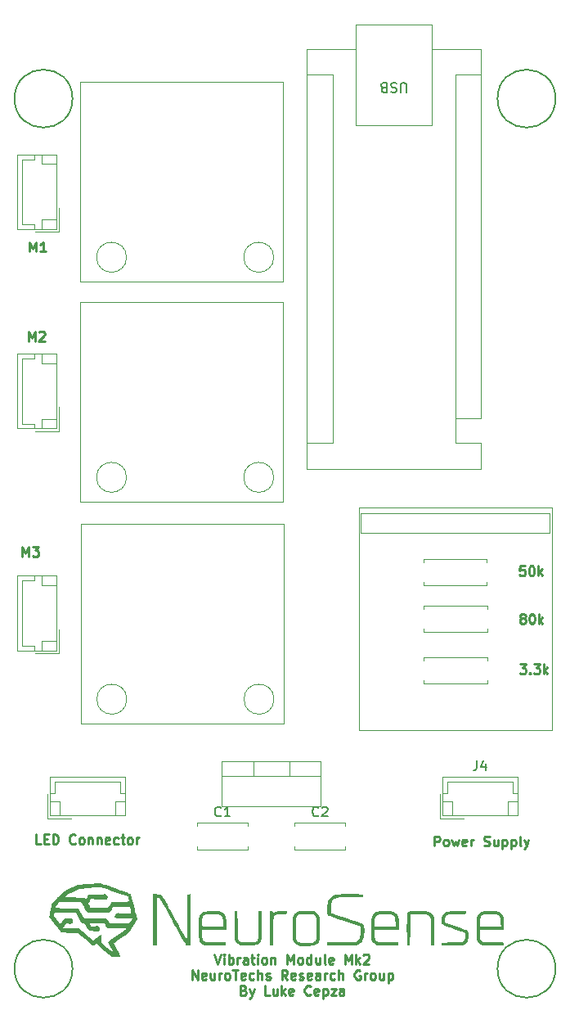
<source format=gbr>
%TF.GenerationSoftware,KiCad,Pcbnew,7.0.6*%
%TF.CreationDate,2023-07-22T19:38:55-06:00*%
%TF.ProjectId,Vib,5669622e-6b69-4636-9164-5f7063625858,3*%
%TF.SameCoordinates,Original*%
%TF.FileFunction,Legend,Top*%
%TF.FilePolarity,Positive*%
%FSLAX46Y46*%
G04 Gerber Fmt 4.6, Leading zero omitted, Abs format (unit mm)*
G04 Created by KiCad (PCBNEW 7.0.6) date 2023-07-22 19:38:55*
%MOMM*%
%LPD*%
G01*
G04 APERTURE LIST*
%ADD10C,0.200000*%
%ADD11C,0.250000*%
%ADD12C,0.150000*%
%ADD13C,0.120000*%
G04 APERTURE END LIST*
D10*
X48000000Y-135000000D02*
G75*
G03*
X48000000Y-135000000I-3000000J0D01*
G01*
X98000000Y-135000000D02*
G75*
G03*
X98000000Y-135000000I-3000000J0D01*
G01*
X98000000Y-45000000D02*
G75*
G03*
X98000000Y-45000000I-3000000J0D01*
G01*
X48000000Y-45000000D02*
G75*
G03*
X48000000Y-45000000I-3000000J0D01*
G01*
D11*
X43573603Y-60824619D02*
X43573603Y-59824619D01*
X43573603Y-59824619D02*
X43906936Y-60538904D01*
X43906936Y-60538904D02*
X44240269Y-59824619D01*
X44240269Y-59824619D02*
X44240269Y-60824619D01*
X45240269Y-60824619D02*
X44668841Y-60824619D01*
X44954555Y-60824619D02*
X44954555Y-59824619D01*
X44954555Y-59824619D02*
X44859317Y-59967476D01*
X44859317Y-59967476D02*
X44764079Y-60062714D01*
X44764079Y-60062714D02*
X44668841Y-60110333D01*
X43445456Y-70073065D02*
X43445456Y-69073065D01*
X43445456Y-69073065D02*
X43778789Y-69787350D01*
X43778789Y-69787350D02*
X44112122Y-69073065D01*
X44112122Y-69073065D02*
X44112122Y-70073065D01*
X44540694Y-69168303D02*
X44588313Y-69120684D01*
X44588313Y-69120684D02*
X44683551Y-69073065D01*
X44683551Y-69073065D02*
X44921646Y-69073065D01*
X44921646Y-69073065D02*
X45016884Y-69120684D01*
X45016884Y-69120684D02*
X45064503Y-69168303D01*
X45064503Y-69168303D02*
X45112122Y-69263541D01*
X45112122Y-69263541D02*
X45112122Y-69358779D01*
X45112122Y-69358779D02*
X45064503Y-69501636D01*
X45064503Y-69501636D02*
X44493075Y-70073065D01*
X44493075Y-70073065D02*
X45112122Y-70073065D01*
X42813299Y-92351145D02*
X42813299Y-91351145D01*
X42813299Y-91351145D02*
X43146632Y-92065430D01*
X43146632Y-92065430D02*
X43479965Y-91351145D01*
X43479965Y-91351145D02*
X43479965Y-92351145D01*
X43860918Y-91351145D02*
X44479965Y-91351145D01*
X44479965Y-91351145D02*
X44146632Y-91732097D01*
X44146632Y-91732097D02*
X44289489Y-91732097D01*
X44289489Y-91732097D02*
X44384727Y-91779716D01*
X44384727Y-91779716D02*
X44432346Y-91827335D01*
X44432346Y-91827335D02*
X44479965Y-91922573D01*
X44479965Y-91922573D02*
X44479965Y-92160668D01*
X44479965Y-92160668D02*
X44432346Y-92255906D01*
X44432346Y-92255906D02*
X44384727Y-92303526D01*
X44384727Y-92303526D02*
X44289489Y-92351145D01*
X44289489Y-92351145D02*
X44003775Y-92351145D01*
X44003775Y-92351145D02*
X43908537Y-92303526D01*
X43908537Y-92303526D02*
X43860918Y-92255906D01*
X62695065Y-133517856D02*
X63028398Y-134517856D01*
X63028398Y-134517856D02*
X63361731Y-133517856D01*
X63695065Y-134517856D02*
X63695065Y-133851189D01*
X63695065Y-133517856D02*
X63647446Y-133565475D01*
X63647446Y-133565475D02*
X63695065Y-133613094D01*
X63695065Y-133613094D02*
X63742684Y-133565475D01*
X63742684Y-133565475D02*
X63695065Y-133517856D01*
X63695065Y-133517856D02*
X63695065Y-133613094D01*
X64171255Y-134517856D02*
X64171255Y-133517856D01*
X64171255Y-133898808D02*
X64266493Y-133851189D01*
X64266493Y-133851189D02*
X64456969Y-133851189D01*
X64456969Y-133851189D02*
X64552207Y-133898808D01*
X64552207Y-133898808D02*
X64599826Y-133946427D01*
X64599826Y-133946427D02*
X64647445Y-134041665D01*
X64647445Y-134041665D02*
X64647445Y-134327379D01*
X64647445Y-134327379D02*
X64599826Y-134422617D01*
X64599826Y-134422617D02*
X64552207Y-134470237D01*
X64552207Y-134470237D02*
X64456969Y-134517856D01*
X64456969Y-134517856D02*
X64266493Y-134517856D01*
X64266493Y-134517856D02*
X64171255Y-134470237D01*
X65076017Y-134517856D02*
X65076017Y-133851189D01*
X65076017Y-134041665D02*
X65123636Y-133946427D01*
X65123636Y-133946427D02*
X65171255Y-133898808D01*
X65171255Y-133898808D02*
X65266493Y-133851189D01*
X65266493Y-133851189D02*
X65361731Y-133851189D01*
X66123636Y-134517856D02*
X66123636Y-133994046D01*
X66123636Y-133994046D02*
X66076017Y-133898808D01*
X66076017Y-133898808D02*
X65980779Y-133851189D01*
X65980779Y-133851189D02*
X65790303Y-133851189D01*
X65790303Y-133851189D02*
X65695065Y-133898808D01*
X66123636Y-134470237D02*
X66028398Y-134517856D01*
X66028398Y-134517856D02*
X65790303Y-134517856D01*
X65790303Y-134517856D02*
X65695065Y-134470237D01*
X65695065Y-134470237D02*
X65647446Y-134374998D01*
X65647446Y-134374998D02*
X65647446Y-134279760D01*
X65647446Y-134279760D02*
X65695065Y-134184522D01*
X65695065Y-134184522D02*
X65790303Y-134136903D01*
X65790303Y-134136903D02*
X66028398Y-134136903D01*
X66028398Y-134136903D02*
X66123636Y-134089284D01*
X66456970Y-133851189D02*
X66837922Y-133851189D01*
X66599827Y-133517856D02*
X66599827Y-134374998D01*
X66599827Y-134374998D02*
X66647446Y-134470237D01*
X66647446Y-134470237D02*
X66742684Y-134517856D01*
X66742684Y-134517856D02*
X66837922Y-134517856D01*
X67171256Y-134517856D02*
X67171256Y-133851189D01*
X67171256Y-133517856D02*
X67123637Y-133565475D01*
X67123637Y-133565475D02*
X67171256Y-133613094D01*
X67171256Y-133613094D02*
X67218875Y-133565475D01*
X67218875Y-133565475D02*
X67171256Y-133517856D01*
X67171256Y-133517856D02*
X67171256Y-133613094D01*
X67790303Y-134517856D02*
X67695065Y-134470237D01*
X67695065Y-134470237D02*
X67647446Y-134422617D01*
X67647446Y-134422617D02*
X67599827Y-134327379D01*
X67599827Y-134327379D02*
X67599827Y-134041665D01*
X67599827Y-134041665D02*
X67647446Y-133946427D01*
X67647446Y-133946427D02*
X67695065Y-133898808D01*
X67695065Y-133898808D02*
X67790303Y-133851189D01*
X67790303Y-133851189D02*
X67933160Y-133851189D01*
X67933160Y-133851189D02*
X68028398Y-133898808D01*
X68028398Y-133898808D02*
X68076017Y-133946427D01*
X68076017Y-133946427D02*
X68123636Y-134041665D01*
X68123636Y-134041665D02*
X68123636Y-134327379D01*
X68123636Y-134327379D02*
X68076017Y-134422617D01*
X68076017Y-134422617D02*
X68028398Y-134470237D01*
X68028398Y-134470237D02*
X67933160Y-134517856D01*
X67933160Y-134517856D02*
X67790303Y-134517856D01*
X68552208Y-133851189D02*
X68552208Y-134517856D01*
X68552208Y-133946427D02*
X68599827Y-133898808D01*
X68599827Y-133898808D02*
X68695065Y-133851189D01*
X68695065Y-133851189D02*
X68837922Y-133851189D01*
X68837922Y-133851189D02*
X68933160Y-133898808D01*
X68933160Y-133898808D02*
X68980779Y-133994046D01*
X68980779Y-133994046D02*
X68980779Y-134517856D01*
X70218875Y-134517856D02*
X70218875Y-133517856D01*
X70218875Y-133517856D02*
X70552208Y-134232141D01*
X70552208Y-134232141D02*
X70885541Y-133517856D01*
X70885541Y-133517856D02*
X70885541Y-134517856D01*
X71504589Y-134517856D02*
X71409351Y-134470237D01*
X71409351Y-134470237D02*
X71361732Y-134422617D01*
X71361732Y-134422617D02*
X71314113Y-134327379D01*
X71314113Y-134327379D02*
X71314113Y-134041665D01*
X71314113Y-134041665D02*
X71361732Y-133946427D01*
X71361732Y-133946427D02*
X71409351Y-133898808D01*
X71409351Y-133898808D02*
X71504589Y-133851189D01*
X71504589Y-133851189D02*
X71647446Y-133851189D01*
X71647446Y-133851189D02*
X71742684Y-133898808D01*
X71742684Y-133898808D02*
X71790303Y-133946427D01*
X71790303Y-133946427D02*
X71837922Y-134041665D01*
X71837922Y-134041665D02*
X71837922Y-134327379D01*
X71837922Y-134327379D02*
X71790303Y-134422617D01*
X71790303Y-134422617D02*
X71742684Y-134470237D01*
X71742684Y-134470237D02*
X71647446Y-134517856D01*
X71647446Y-134517856D02*
X71504589Y-134517856D01*
X72695065Y-134517856D02*
X72695065Y-133517856D01*
X72695065Y-134470237D02*
X72599827Y-134517856D01*
X72599827Y-134517856D02*
X72409351Y-134517856D01*
X72409351Y-134517856D02*
X72314113Y-134470237D01*
X72314113Y-134470237D02*
X72266494Y-134422617D01*
X72266494Y-134422617D02*
X72218875Y-134327379D01*
X72218875Y-134327379D02*
X72218875Y-134041665D01*
X72218875Y-134041665D02*
X72266494Y-133946427D01*
X72266494Y-133946427D02*
X72314113Y-133898808D01*
X72314113Y-133898808D02*
X72409351Y-133851189D01*
X72409351Y-133851189D02*
X72599827Y-133851189D01*
X72599827Y-133851189D02*
X72695065Y-133898808D01*
X73599827Y-133851189D02*
X73599827Y-134517856D01*
X73171256Y-133851189D02*
X73171256Y-134374998D01*
X73171256Y-134374998D02*
X73218875Y-134470237D01*
X73218875Y-134470237D02*
X73314113Y-134517856D01*
X73314113Y-134517856D02*
X73456970Y-134517856D01*
X73456970Y-134517856D02*
X73552208Y-134470237D01*
X73552208Y-134470237D02*
X73599827Y-134422617D01*
X74218875Y-134517856D02*
X74123637Y-134470237D01*
X74123637Y-134470237D02*
X74076018Y-134374998D01*
X74076018Y-134374998D02*
X74076018Y-133517856D01*
X74980780Y-134470237D02*
X74885542Y-134517856D01*
X74885542Y-134517856D02*
X74695066Y-134517856D01*
X74695066Y-134517856D02*
X74599828Y-134470237D01*
X74599828Y-134470237D02*
X74552209Y-134374998D01*
X74552209Y-134374998D02*
X74552209Y-133994046D01*
X74552209Y-133994046D02*
X74599828Y-133898808D01*
X74599828Y-133898808D02*
X74695066Y-133851189D01*
X74695066Y-133851189D02*
X74885542Y-133851189D01*
X74885542Y-133851189D02*
X74980780Y-133898808D01*
X74980780Y-133898808D02*
X75028399Y-133994046D01*
X75028399Y-133994046D02*
X75028399Y-134089284D01*
X75028399Y-134089284D02*
X74552209Y-134184522D01*
X76218876Y-134517856D02*
X76218876Y-133517856D01*
X76218876Y-133517856D02*
X76552209Y-134232141D01*
X76552209Y-134232141D02*
X76885542Y-133517856D01*
X76885542Y-133517856D02*
X76885542Y-134517856D01*
X77361733Y-134517856D02*
X77361733Y-133517856D01*
X77456971Y-134136903D02*
X77742685Y-134517856D01*
X77742685Y-133851189D02*
X77361733Y-134232141D01*
X78123638Y-133613094D02*
X78171257Y-133565475D01*
X78171257Y-133565475D02*
X78266495Y-133517856D01*
X78266495Y-133517856D02*
X78504590Y-133517856D01*
X78504590Y-133517856D02*
X78599828Y-133565475D01*
X78599828Y-133565475D02*
X78647447Y-133613094D01*
X78647447Y-133613094D02*
X78695066Y-133708332D01*
X78695066Y-133708332D02*
X78695066Y-133803570D01*
X78695066Y-133803570D02*
X78647447Y-133946427D01*
X78647447Y-133946427D02*
X78076019Y-134517856D01*
X78076019Y-134517856D02*
X78695066Y-134517856D01*
X60385540Y-136127856D02*
X60385540Y-135127856D01*
X60385540Y-135127856D02*
X60956968Y-136127856D01*
X60956968Y-136127856D02*
X60956968Y-135127856D01*
X61814111Y-136080237D02*
X61718873Y-136127856D01*
X61718873Y-136127856D02*
X61528397Y-136127856D01*
X61528397Y-136127856D02*
X61433159Y-136080237D01*
X61433159Y-136080237D02*
X61385540Y-135984998D01*
X61385540Y-135984998D02*
X61385540Y-135604046D01*
X61385540Y-135604046D02*
X61433159Y-135508808D01*
X61433159Y-135508808D02*
X61528397Y-135461189D01*
X61528397Y-135461189D02*
X61718873Y-135461189D01*
X61718873Y-135461189D02*
X61814111Y-135508808D01*
X61814111Y-135508808D02*
X61861730Y-135604046D01*
X61861730Y-135604046D02*
X61861730Y-135699284D01*
X61861730Y-135699284D02*
X61385540Y-135794522D01*
X62718873Y-135461189D02*
X62718873Y-136127856D01*
X62290302Y-135461189D02*
X62290302Y-135984998D01*
X62290302Y-135984998D02*
X62337921Y-136080237D01*
X62337921Y-136080237D02*
X62433159Y-136127856D01*
X62433159Y-136127856D02*
X62576016Y-136127856D01*
X62576016Y-136127856D02*
X62671254Y-136080237D01*
X62671254Y-136080237D02*
X62718873Y-136032617D01*
X63195064Y-136127856D02*
X63195064Y-135461189D01*
X63195064Y-135651665D02*
X63242683Y-135556427D01*
X63242683Y-135556427D02*
X63290302Y-135508808D01*
X63290302Y-135508808D02*
X63385540Y-135461189D01*
X63385540Y-135461189D02*
X63480778Y-135461189D01*
X63956969Y-136127856D02*
X63861731Y-136080237D01*
X63861731Y-136080237D02*
X63814112Y-136032617D01*
X63814112Y-136032617D02*
X63766493Y-135937379D01*
X63766493Y-135937379D02*
X63766493Y-135651665D01*
X63766493Y-135651665D02*
X63814112Y-135556427D01*
X63814112Y-135556427D02*
X63861731Y-135508808D01*
X63861731Y-135508808D02*
X63956969Y-135461189D01*
X63956969Y-135461189D02*
X64099826Y-135461189D01*
X64099826Y-135461189D02*
X64195064Y-135508808D01*
X64195064Y-135508808D02*
X64242683Y-135556427D01*
X64242683Y-135556427D02*
X64290302Y-135651665D01*
X64290302Y-135651665D02*
X64290302Y-135937379D01*
X64290302Y-135937379D02*
X64242683Y-136032617D01*
X64242683Y-136032617D02*
X64195064Y-136080237D01*
X64195064Y-136080237D02*
X64099826Y-136127856D01*
X64099826Y-136127856D02*
X63956969Y-136127856D01*
X64576017Y-135127856D02*
X65147445Y-135127856D01*
X64861731Y-136127856D02*
X64861731Y-135127856D01*
X65861731Y-136080237D02*
X65766493Y-136127856D01*
X65766493Y-136127856D02*
X65576017Y-136127856D01*
X65576017Y-136127856D02*
X65480779Y-136080237D01*
X65480779Y-136080237D02*
X65433160Y-135984998D01*
X65433160Y-135984998D02*
X65433160Y-135604046D01*
X65433160Y-135604046D02*
X65480779Y-135508808D01*
X65480779Y-135508808D02*
X65576017Y-135461189D01*
X65576017Y-135461189D02*
X65766493Y-135461189D01*
X65766493Y-135461189D02*
X65861731Y-135508808D01*
X65861731Y-135508808D02*
X65909350Y-135604046D01*
X65909350Y-135604046D02*
X65909350Y-135699284D01*
X65909350Y-135699284D02*
X65433160Y-135794522D01*
X66766493Y-136080237D02*
X66671255Y-136127856D01*
X66671255Y-136127856D02*
X66480779Y-136127856D01*
X66480779Y-136127856D02*
X66385541Y-136080237D01*
X66385541Y-136080237D02*
X66337922Y-136032617D01*
X66337922Y-136032617D02*
X66290303Y-135937379D01*
X66290303Y-135937379D02*
X66290303Y-135651665D01*
X66290303Y-135651665D02*
X66337922Y-135556427D01*
X66337922Y-135556427D02*
X66385541Y-135508808D01*
X66385541Y-135508808D02*
X66480779Y-135461189D01*
X66480779Y-135461189D02*
X66671255Y-135461189D01*
X66671255Y-135461189D02*
X66766493Y-135508808D01*
X67195065Y-136127856D02*
X67195065Y-135127856D01*
X67623636Y-136127856D02*
X67623636Y-135604046D01*
X67623636Y-135604046D02*
X67576017Y-135508808D01*
X67576017Y-135508808D02*
X67480779Y-135461189D01*
X67480779Y-135461189D02*
X67337922Y-135461189D01*
X67337922Y-135461189D02*
X67242684Y-135508808D01*
X67242684Y-135508808D02*
X67195065Y-135556427D01*
X68052208Y-136080237D02*
X68147446Y-136127856D01*
X68147446Y-136127856D02*
X68337922Y-136127856D01*
X68337922Y-136127856D02*
X68433160Y-136080237D01*
X68433160Y-136080237D02*
X68480779Y-135984998D01*
X68480779Y-135984998D02*
X68480779Y-135937379D01*
X68480779Y-135937379D02*
X68433160Y-135842141D01*
X68433160Y-135842141D02*
X68337922Y-135794522D01*
X68337922Y-135794522D02*
X68195065Y-135794522D01*
X68195065Y-135794522D02*
X68099827Y-135746903D01*
X68099827Y-135746903D02*
X68052208Y-135651665D01*
X68052208Y-135651665D02*
X68052208Y-135604046D01*
X68052208Y-135604046D02*
X68099827Y-135508808D01*
X68099827Y-135508808D02*
X68195065Y-135461189D01*
X68195065Y-135461189D02*
X68337922Y-135461189D01*
X68337922Y-135461189D02*
X68433160Y-135508808D01*
X70242684Y-136127856D02*
X69909351Y-135651665D01*
X69671256Y-136127856D02*
X69671256Y-135127856D01*
X69671256Y-135127856D02*
X70052208Y-135127856D01*
X70052208Y-135127856D02*
X70147446Y-135175475D01*
X70147446Y-135175475D02*
X70195065Y-135223094D01*
X70195065Y-135223094D02*
X70242684Y-135318332D01*
X70242684Y-135318332D02*
X70242684Y-135461189D01*
X70242684Y-135461189D02*
X70195065Y-135556427D01*
X70195065Y-135556427D02*
X70147446Y-135604046D01*
X70147446Y-135604046D02*
X70052208Y-135651665D01*
X70052208Y-135651665D02*
X69671256Y-135651665D01*
X71052208Y-136080237D02*
X70956970Y-136127856D01*
X70956970Y-136127856D02*
X70766494Y-136127856D01*
X70766494Y-136127856D02*
X70671256Y-136080237D01*
X70671256Y-136080237D02*
X70623637Y-135984998D01*
X70623637Y-135984998D02*
X70623637Y-135604046D01*
X70623637Y-135604046D02*
X70671256Y-135508808D01*
X70671256Y-135508808D02*
X70766494Y-135461189D01*
X70766494Y-135461189D02*
X70956970Y-135461189D01*
X70956970Y-135461189D02*
X71052208Y-135508808D01*
X71052208Y-135508808D02*
X71099827Y-135604046D01*
X71099827Y-135604046D02*
X71099827Y-135699284D01*
X71099827Y-135699284D02*
X70623637Y-135794522D01*
X71480780Y-136080237D02*
X71576018Y-136127856D01*
X71576018Y-136127856D02*
X71766494Y-136127856D01*
X71766494Y-136127856D02*
X71861732Y-136080237D01*
X71861732Y-136080237D02*
X71909351Y-135984998D01*
X71909351Y-135984998D02*
X71909351Y-135937379D01*
X71909351Y-135937379D02*
X71861732Y-135842141D01*
X71861732Y-135842141D02*
X71766494Y-135794522D01*
X71766494Y-135794522D02*
X71623637Y-135794522D01*
X71623637Y-135794522D02*
X71528399Y-135746903D01*
X71528399Y-135746903D02*
X71480780Y-135651665D01*
X71480780Y-135651665D02*
X71480780Y-135604046D01*
X71480780Y-135604046D02*
X71528399Y-135508808D01*
X71528399Y-135508808D02*
X71623637Y-135461189D01*
X71623637Y-135461189D02*
X71766494Y-135461189D01*
X71766494Y-135461189D02*
X71861732Y-135508808D01*
X72718875Y-136080237D02*
X72623637Y-136127856D01*
X72623637Y-136127856D02*
X72433161Y-136127856D01*
X72433161Y-136127856D02*
X72337923Y-136080237D01*
X72337923Y-136080237D02*
X72290304Y-135984998D01*
X72290304Y-135984998D02*
X72290304Y-135604046D01*
X72290304Y-135604046D02*
X72337923Y-135508808D01*
X72337923Y-135508808D02*
X72433161Y-135461189D01*
X72433161Y-135461189D02*
X72623637Y-135461189D01*
X72623637Y-135461189D02*
X72718875Y-135508808D01*
X72718875Y-135508808D02*
X72766494Y-135604046D01*
X72766494Y-135604046D02*
X72766494Y-135699284D01*
X72766494Y-135699284D02*
X72290304Y-135794522D01*
X73623637Y-136127856D02*
X73623637Y-135604046D01*
X73623637Y-135604046D02*
X73576018Y-135508808D01*
X73576018Y-135508808D02*
X73480780Y-135461189D01*
X73480780Y-135461189D02*
X73290304Y-135461189D01*
X73290304Y-135461189D02*
X73195066Y-135508808D01*
X73623637Y-136080237D02*
X73528399Y-136127856D01*
X73528399Y-136127856D02*
X73290304Y-136127856D01*
X73290304Y-136127856D02*
X73195066Y-136080237D01*
X73195066Y-136080237D02*
X73147447Y-135984998D01*
X73147447Y-135984998D02*
X73147447Y-135889760D01*
X73147447Y-135889760D02*
X73195066Y-135794522D01*
X73195066Y-135794522D02*
X73290304Y-135746903D01*
X73290304Y-135746903D02*
X73528399Y-135746903D01*
X73528399Y-135746903D02*
X73623637Y-135699284D01*
X74099828Y-136127856D02*
X74099828Y-135461189D01*
X74099828Y-135651665D02*
X74147447Y-135556427D01*
X74147447Y-135556427D02*
X74195066Y-135508808D01*
X74195066Y-135508808D02*
X74290304Y-135461189D01*
X74290304Y-135461189D02*
X74385542Y-135461189D01*
X75147447Y-136080237D02*
X75052209Y-136127856D01*
X75052209Y-136127856D02*
X74861733Y-136127856D01*
X74861733Y-136127856D02*
X74766495Y-136080237D01*
X74766495Y-136080237D02*
X74718876Y-136032617D01*
X74718876Y-136032617D02*
X74671257Y-135937379D01*
X74671257Y-135937379D02*
X74671257Y-135651665D01*
X74671257Y-135651665D02*
X74718876Y-135556427D01*
X74718876Y-135556427D02*
X74766495Y-135508808D01*
X74766495Y-135508808D02*
X74861733Y-135461189D01*
X74861733Y-135461189D02*
X75052209Y-135461189D01*
X75052209Y-135461189D02*
X75147447Y-135508808D01*
X75576019Y-136127856D02*
X75576019Y-135127856D01*
X76004590Y-136127856D02*
X76004590Y-135604046D01*
X76004590Y-135604046D02*
X75956971Y-135508808D01*
X75956971Y-135508808D02*
X75861733Y-135461189D01*
X75861733Y-135461189D02*
X75718876Y-135461189D01*
X75718876Y-135461189D02*
X75623638Y-135508808D01*
X75623638Y-135508808D02*
X75576019Y-135556427D01*
X77766495Y-135175475D02*
X77671257Y-135127856D01*
X77671257Y-135127856D02*
X77528400Y-135127856D01*
X77528400Y-135127856D02*
X77385543Y-135175475D01*
X77385543Y-135175475D02*
X77290305Y-135270713D01*
X77290305Y-135270713D02*
X77242686Y-135365951D01*
X77242686Y-135365951D02*
X77195067Y-135556427D01*
X77195067Y-135556427D02*
X77195067Y-135699284D01*
X77195067Y-135699284D02*
X77242686Y-135889760D01*
X77242686Y-135889760D02*
X77290305Y-135984998D01*
X77290305Y-135984998D02*
X77385543Y-136080237D01*
X77385543Y-136080237D02*
X77528400Y-136127856D01*
X77528400Y-136127856D02*
X77623638Y-136127856D01*
X77623638Y-136127856D02*
X77766495Y-136080237D01*
X77766495Y-136080237D02*
X77814114Y-136032617D01*
X77814114Y-136032617D02*
X77814114Y-135699284D01*
X77814114Y-135699284D02*
X77623638Y-135699284D01*
X78242686Y-136127856D02*
X78242686Y-135461189D01*
X78242686Y-135651665D02*
X78290305Y-135556427D01*
X78290305Y-135556427D02*
X78337924Y-135508808D01*
X78337924Y-135508808D02*
X78433162Y-135461189D01*
X78433162Y-135461189D02*
X78528400Y-135461189D01*
X79004591Y-136127856D02*
X78909353Y-136080237D01*
X78909353Y-136080237D02*
X78861734Y-136032617D01*
X78861734Y-136032617D02*
X78814115Y-135937379D01*
X78814115Y-135937379D02*
X78814115Y-135651665D01*
X78814115Y-135651665D02*
X78861734Y-135556427D01*
X78861734Y-135556427D02*
X78909353Y-135508808D01*
X78909353Y-135508808D02*
X79004591Y-135461189D01*
X79004591Y-135461189D02*
X79147448Y-135461189D01*
X79147448Y-135461189D02*
X79242686Y-135508808D01*
X79242686Y-135508808D02*
X79290305Y-135556427D01*
X79290305Y-135556427D02*
X79337924Y-135651665D01*
X79337924Y-135651665D02*
X79337924Y-135937379D01*
X79337924Y-135937379D02*
X79290305Y-136032617D01*
X79290305Y-136032617D02*
X79242686Y-136080237D01*
X79242686Y-136080237D02*
X79147448Y-136127856D01*
X79147448Y-136127856D02*
X79004591Y-136127856D01*
X80195067Y-135461189D02*
X80195067Y-136127856D01*
X79766496Y-135461189D02*
X79766496Y-135984998D01*
X79766496Y-135984998D02*
X79814115Y-136080237D01*
X79814115Y-136080237D02*
X79909353Y-136127856D01*
X79909353Y-136127856D02*
X80052210Y-136127856D01*
X80052210Y-136127856D02*
X80147448Y-136080237D01*
X80147448Y-136080237D02*
X80195067Y-136032617D01*
X80671258Y-135461189D02*
X80671258Y-136461189D01*
X80671258Y-135508808D02*
X80766496Y-135461189D01*
X80766496Y-135461189D02*
X80956972Y-135461189D01*
X80956972Y-135461189D02*
X81052210Y-135508808D01*
X81052210Y-135508808D02*
X81099829Y-135556427D01*
X81099829Y-135556427D02*
X81147448Y-135651665D01*
X81147448Y-135651665D02*
X81147448Y-135937379D01*
X81147448Y-135937379D02*
X81099829Y-136032617D01*
X81099829Y-136032617D02*
X81052210Y-136080237D01*
X81052210Y-136080237D02*
X80956972Y-136127856D01*
X80956972Y-136127856D02*
X80766496Y-136127856D01*
X80766496Y-136127856D02*
X80671258Y-136080237D01*
X65742684Y-137214046D02*
X65885541Y-137261665D01*
X65885541Y-137261665D02*
X65933160Y-137309284D01*
X65933160Y-137309284D02*
X65980779Y-137404522D01*
X65980779Y-137404522D02*
X65980779Y-137547379D01*
X65980779Y-137547379D02*
X65933160Y-137642617D01*
X65933160Y-137642617D02*
X65885541Y-137690237D01*
X65885541Y-137690237D02*
X65790303Y-137737856D01*
X65790303Y-137737856D02*
X65409351Y-137737856D01*
X65409351Y-137737856D02*
X65409351Y-136737856D01*
X65409351Y-136737856D02*
X65742684Y-136737856D01*
X65742684Y-136737856D02*
X65837922Y-136785475D01*
X65837922Y-136785475D02*
X65885541Y-136833094D01*
X65885541Y-136833094D02*
X65933160Y-136928332D01*
X65933160Y-136928332D02*
X65933160Y-137023570D01*
X65933160Y-137023570D02*
X65885541Y-137118808D01*
X65885541Y-137118808D02*
X65837922Y-137166427D01*
X65837922Y-137166427D02*
X65742684Y-137214046D01*
X65742684Y-137214046D02*
X65409351Y-137214046D01*
X66314113Y-137071189D02*
X66552208Y-137737856D01*
X66790303Y-137071189D02*
X66552208Y-137737856D01*
X66552208Y-137737856D02*
X66456970Y-137975951D01*
X66456970Y-137975951D02*
X66409351Y-138023570D01*
X66409351Y-138023570D02*
X66314113Y-138071189D01*
X68409351Y-137737856D02*
X67933161Y-137737856D01*
X67933161Y-137737856D02*
X67933161Y-136737856D01*
X69171256Y-137071189D02*
X69171256Y-137737856D01*
X68742685Y-137071189D02*
X68742685Y-137594998D01*
X68742685Y-137594998D02*
X68790304Y-137690237D01*
X68790304Y-137690237D02*
X68885542Y-137737856D01*
X68885542Y-137737856D02*
X69028399Y-137737856D01*
X69028399Y-137737856D02*
X69123637Y-137690237D01*
X69123637Y-137690237D02*
X69171256Y-137642617D01*
X69647447Y-137737856D02*
X69647447Y-136737856D01*
X69742685Y-137356903D02*
X70028399Y-137737856D01*
X70028399Y-137071189D02*
X69647447Y-137452141D01*
X70837923Y-137690237D02*
X70742685Y-137737856D01*
X70742685Y-137737856D02*
X70552209Y-137737856D01*
X70552209Y-137737856D02*
X70456971Y-137690237D01*
X70456971Y-137690237D02*
X70409352Y-137594998D01*
X70409352Y-137594998D02*
X70409352Y-137214046D01*
X70409352Y-137214046D02*
X70456971Y-137118808D01*
X70456971Y-137118808D02*
X70552209Y-137071189D01*
X70552209Y-137071189D02*
X70742685Y-137071189D01*
X70742685Y-137071189D02*
X70837923Y-137118808D01*
X70837923Y-137118808D02*
X70885542Y-137214046D01*
X70885542Y-137214046D02*
X70885542Y-137309284D01*
X70885542Y-137309284D02*
X70409352Y-137404522D01*
X72647447Y-137642617D02*
X72599828Y-137690237D01*
X72599828Y-137690237D02*
X72456971Y-137737856D01*
X72456971Y-137737856D02*
X72361733Y-137737856D01*
X72361733Y-137737856D02*
X72218876Y-137690237D01*
X72218876Y-137690237D02*
X72123638Y-137594998D01*
X72123638Y-137594998D02*
X72076019Y-137499760D01*
X72076019Y-137499760D02*
X72028400Y-137309284D01*
X72028400Y-137309284D02*
X72028400Y-137166427D01*
X72028400Y-137166427D02*
X72076019Y-136975951D01*
X72076019Y-136975951D02*
X72123638Y-136880713D01*
X72123638Y-136880713D02*
X72218876Y-136785475D01*
X72218876Y-136785475D02*
X72361733Y-136737856D01*
X72361733Y-136737856D02*
X72456971Y-136737856D01*
X72456971Y-136737856D02*
X72599828Y-136785475D01*
X72599828Y-136785475D02*
X72647447Y-136833094D01*
X73456971Y-137690237D02*
X73361733Y-137737856D01*
X73361733Y-137737856D02*
X73171257Y-137737856D01*
X73171257Y-137737856D02*
X73076019Y-137690237D01*
X73076019Y-137690237D02*
X73028400Y-137594998D01*
X73028400Y-137594998D02*
X73028400Y-137214046D01*
X73028400Y-137214046D02*
X73076019Y-137118808D01*
X73076019Y-137118808D02*
X73171257Y-137071189D01*
X73171257Y-137071189D02*
X73361733Y-137071189D01*
X73361733Y-137071189D02*
X73456971Y-137118808D01*
X73456971Y-137118808D02*
X73504590Y-137214046D01*
X73504590Y-137214046D02*
X73504590Y-137309284D01*
X73504590Y-137309284D02*
X73028400Y-137404522D01*
X73933162Y-137071189D02*
X73933162Y-138071189D01*
X73933162Y-137118808D02*
X74028400Y-137071189D01*
X74028400Y-137071189D02*
X74218876Y-137071189D01*
X74218876Y-137071189D02*
X74314114Y-137118808D01*
X74314114Y-137118808D02*
X74361733Y-137166427D01*
X74361733Y-137166427D02*
X74409352Y-137261665D01*
X74409352Y-137261665D02*
X74409352Y-137547379D01*
X74409352Y-137547379D02*
X74361733Y-137642617D01*
X74361733Y-137642617D02*
X74314114Y-137690237D01*
X74314114Y-137690237D02*
X74218876Y-137737856D01*
X74218876Y-137737856D02*
X74028400Y-137737856D01*
X74028400Y-137737856D02*
X73933162Y-137690237D01*
X74742686Y-137071189D02*
X75266495Y-137071189D01*
X75266495Y-137071189D02*
X74742686Y-137737856D01*
X74742686Y-137737856D02*
X75266495Y-137737856D01*
X76076019Y-137737856D02*
X76076019Y-137214046D01*
X76076019Y-137214046D02*
X76028400Y-137118808D01*
X76028400Y-137118808D02*
X75933162Y-137071189D01*
X75933162Y-137071189D02*
X75742686Y-137071189D01*
X75742686Y-137071189D02*
X75647448Y-137118808D01*
X76076019Y-137690237D02*
X75980781Y-137737856D01*
X75980781Y-137737856D02*
X75742686Y-137737856D01*
X75742686Y-137737856D02*
X75647448Y-137690237D01*
X75647448Y-137690237D02*
X75599829Y-137594998D01*
X75599829Y-137594998D02*
X75599829Y-137499760D01*
X75599829Y-137499760D02*
X75647448Y-137404522D01*
X75647448Y-137404522D02*
X75742686Y-137356903D01*
X75742686Y-137356903D02*
X75980781Y-137356903D01*
X75980781Y-137356903D02*
X76076019Y-137309284D01*
X94525425Y-98741736D02*
X94430187Y-98694117D01*
X94430187Y-98694117D02*
X94382568Y-98646498D01*
X94382568Y-98646498D02*
X94334949Y-98551260D01*
X94334949Y-98551260D02*
X94334949Y-98503641D01*
X94334949Y-98503641D02*
X94382568Y-98408403D01*
X94382568Y-98408403D02*
X94430187Y-98360784D01*
X94430187Y-98360784D02*
X94525425Y-98313165D01*
X94525425Y-98313165D02*
X94715901Y-98313165D01*
X94715901Y-98313165D02*
X94811139Y-98360784D01*
X94811139Y-98360784D02*
X94858758Y-98408403D01*
X94858758Y-98408403D02*
X94906377Y-98503641D01*
X94906377Y-98503641D02*
X94906377Y-98551260D01*
X94906377Y-98551260D02*
X94858758Y-98646498D01*
X94858758Y-98646498D02*
X94811139Y-98694117D01*
X94811139Y-98694117D02*
X94715901Y-98741736D01*
X94715901Y-98741736D02*
X94525425Y-98741736D01*
X94525425Y-98741736D02*
X94430187Y-98789355D01*
X94430187Y-98789355D02*
X94382568Y-98836974D01*
X94382568Y-98836974D02*
X94334949Y-98932212D01*
X94334949Y-98932212D02*
X94334949Y-99122688D01*
X94334949Y-99122688D02*
X94382568Y-99217926D01*
X94382568Y-99217926D02*
X94430187Y-99265546D01*
X94430187Y-99265546D02*
X94525425Y-99313165D01*
X94525425Y-99313165D02*
X94715901Y-99313165D01*
X94715901Y-99313165D02*
X94811139Y-99265546D01*
X94811139Y-99265546D02*
X94858758Y-99217926D01*
X94858758Y-99217926D02*
X94906377Y-99122688D01*
X94906377Y-99122688D02*
X94906377Y-98932212D01*
X94906377Y-98932212D02*
X94858758Y-98836974D01*
X94858758Y-98836974D02*
X94811139Y-98789355D01*
X94811139Y-98789355D02*
X94715901Y-98741736D01*
X95525425Y-98313165D02*
X95620663Y-98313165D01*
X95620663Y-98313165D02*
X95715901Y-98360784D01*
X95715901Y-98360784D02*
X95763520Y-98408403D01*
X95763520Y-98408403D02*
X95811139Y-98503641D01*
X95811139Y-98503641D02*
X95858758Y-98694117D01*
X95858758Y-98694117D02*
X95858758Y-98932212D01*
X95858758Y-98932212D02*
X95811139Y-99122688D01*
X95811139Y-99122688D02*
X95763520Y-99217926D01*
X95763520Y-99217926D02*
X95715901Y-99265546D01*
X95715901Y-99265546D02*
X95620663Y-99313165D01*
X95620663Y-99313165D02*
X95525425Y-99313165D01*
X95525425Y-99313165D02*
X95430187Y-99265546D01*
X95430187Y-99265546D02*
X95382568Y-99217926D01*
X95382568Y-99217926D02*
X95334949Y-99122688D01*
X95334949Y-99122688D02*
X95287330Y-98932212D01*
X95287330Y-98932212D02*
X95287330Y-98694117D01*
X95287330Y-98694117D02*
X95334949Y-98503641D01*
X95334949Y-98503641D02*
X95382568Y-98408403D01*
X95382568Y-98408403D02*
X95430187Y-98360784D01*
X95430187Y-98360784D02*
X95525425Y-98313165D01*
X96287330Y-99313165D02*
X96287330Y-98313165D01*
X96382568Y-98932212D02*
X96668282Y-99313165D01*
X96668282Y-98646498D02*
X96287330Y-99027450D01*
X94310858Y-103489201D02*
X94929905Y-103489201D01*
X94929905Y-103489201D02*
X94596572Y-103870153D01*
X94596572Y-103870153D02*
X94739429Y-103870153D01*
X94739429Y-103870153D02*
X94834667Y-103917772D01*
X94834667Y-103917772D02*
X94882286Y-103965391D01*
X94882286Y-103965391D02*
X94929905Y-104060629D01*
X94929905Y-104060629D02*
X94929905Y-104298724D01*
X94929905Y-104298724D02*
X94882286Y-104393962D01*
X94882286Y-104393962D02*
X94834667Y-104441582D01*
X94834667Y-104441582D02*
X94739429Y-104489201D01*
X94739429Y-104489201D02*
X94453715Y-104489201D01*
X94453715Y-104489201D02*
X94358477Y-104441582D01*
X94358477Y-104441582D02*
X94310858Y-104393962D01*
X95358477Y-104393962D02*
X95406096Y-104441582D01*
X95406096Y-104441582D02*
X95358477Y-104489201D01*
X95358477Y-104489201D02*
X95310858Y-104441582D01*
X95310858Y-104441582D02*
X95358477Y-104393962D01*
X95358477Y-104393962D02*
X95358477Y-104489201D01*
X95739429Y-103489201D02*
X96358476Y-103489201D01*
X96358476Y-103489201D02*
X96025143Y-103870153D01*
X96025143Y-103870153D02*
X96168000Y-103870153D01*
X96168000Y-103870153D02*
X96263238Y-103917772D01*
X96263238Y-103917772D02*
X96310857Y-103965391D01*
X96310857Y-103965391D02*
X96358476Y-104060629D01*
X96358476Y-104060629D02*
X96358476Y-104298724D01*
X96358476Y-104298724D02*
X96310857Y-104393962D01*
X96310857Y-104393962D02*
X96263238Y-104441582D01*
X96263238Y-104441582D02*
X96168000Y-104489201D01*
X96168000Y-104489201D02*
X95882286Y-104489201D01*
X95882286Y-104489201D02*
X95787048Y-104441582D01*
X95787048Y-104441582D02*
X95739429Y-104393962D01*
X96787048Y-104489201D02*
X96787048Y-103489201D01*
X96882286Y-104108248D02*
X97168000Y-104489201D01*
X97168000Y-103822534D02*
X96787048Y-104203486D01*
X44732934Y-122105060D02*
X44256744Y-122105060D01*
X44256744Y-122105060D02*
X44256744Y-121105060D01*
X45066268Y-121581250D02*
X45399601Y-121581250D01*
X45542458Y-122105060D02*
X45066268Y-122105060D01*
X45066268Y-122105060D02*
X45066268Y-121105060D01*
X45066268Y-121105060D02*
X45542458Y-121105060D01*
X45971030Y-122105060D02*
X45971030Y-121105060D01*
X45971030Y-121105060D02*
X46209125Y-121105060D01*
X46209125Y-121105060D02*
X46351982Y-121152679D01*
X46351982Y-121152679D02*
X46447220Y-121247917D01*
X46447220Y-121247917D02*
X46494839Y-121343155D01*
X46494839Y-121343155D02*
X46542458Y-121533631D01*
X46542458Y-121533631D02*
X46542458Y-121676488D01*
X46542458Y-121676488D02*
X46494839Y-121866964D01*
X46494839Y-121866964D02*
X46447220Y-121962202D01*
X46447220Y-121962202D02*
X46351982Y-122057441D01*
X46351982Y-122057441D02*
X46209125Y-122105060D01*
X46209125Y-122105060D02*
X45971030Y-122105060D01*
X48304363Y-122009821D02*
X48256744Y-122057441D01*
X48256744Y-122057441D02*
X48113887Y-122105060D01*
X48113887Y-122105060D02*
X48018649Y-122105060D01*
X48018649Y-122105060D02*
X47875792Y-122057441D01*
X47875792Y-122057441D02*
X47780554Y-121962202D01*
X47780554Y-121962202D02*
X47732935Y-121866964D01*
X47732935Y-121866964D02*
X47685316Y-121676488D01*
X47685316Y-121676488D02*
X47685316Y-121533631D01*
X47685316Y-121533631D02*
X47732935Y-121343155D01*
X47732935Y-121343155D02*
X47780554Y-121247917D01*
X47780554Y-121247917D02*
X47875792Y-121152679D01*
X47875792Y-121152679D02*
X48018649Y-121105060D01*
X48018649Y-121105060D02*
X48113887Y-121105060D01*
X48113887Y-121105060D02*
X48256744Y-121152679D01*
X48256744Y-121152679D02*
X48304363Y-121200298D01*
X48875792Y-122105060D02*
X48780554Y-122057441D01*
X48780554Y-122057441D02*
X48732935Y-122009821D01*
X48732935Y-122009821D02*
X48685316Y-121914583D01*
X48685316Y-121914583D02*
X48685316Y-121628869D01*
X48685316Y-121628869D02*
X48732935Y-121533631D01*
X48732935Y-121533631D02*
X48780554Y-121486012D01*
X48780554Y-121486012D02*
X48875792Y-121438393D01*
X48875792Y-121438393D02*
X49018649Y-121438393D01*
X49018649Y-121438393D02*
X49113887Y-121486012D01*
X49113887Y-121486012D02*
X49161506Y-121533631D01*
X49161506Y-121533631D02*
X49209125Y-121628869D01*
X49209125Y-121628869D02*
X49209125Y-121914583D01*
X49209125Y-121914583D02*
X49161506Y-122009821D01*
X49161506Y-122009821D02*
X49113887Y-122057441D01*
X49113887Y-122057441D02*
X49018649Y-122105060D01*
X49018649Y-122105060D02*
X48875792Y-122105060D01*
X49637697Y-121438393D02*
X49637697Y-122105060D01*
X49637697Y-121533631D02*
X49685316Y-121486012D01*
X49685316Y-121486012D02*
X49780554Y-121438393D01*
X49780554Y-121438393D02*
X49923411Y-121438393D01*
X49923411Y-121438393D02*
X50018649Y-121486012D01*
X50018649Y-121486012D02*
X50066268Y-121581250D01*
X50066268Y-121581250D02*
X50066268Y-122105060D01*
X50542459Y-121438393D02*
X50542459Y-122105060D01*
X50542459Y-121533631D02*
X50590078Y-121486012D01*
X50590078Y-121486012D02*
X50685316Y-121438393D01*
X50685316Y-121438393D02*
X50828173Y-121438393D01*
X50828173Y-121438393D02*
X50923411Y-121486012D01*
X50923411Y-121486012D02*
X50971030Y-121581250D01*
X50971030Y-121581250D02*
X50971030Y-122105060D01*
X51828173Y-122057441D02*
X51732935Y-122105060D01*
X51732935Y-122105060D02*
X51542459Y-122105060D01*
X51542459Y-122105060D02*
X51447221Y-122057441D01*
X51447221Y-122057441D02*
X51399602Y-121962202D01*
X51399602Y-121962202D02*
X51399602Y-121581250D01*
X51399602Y-121581250D02*
X51447221Y-121486012D01*
X51447221Y-121486012D02*
X51542459Y-121438393D01*
X51542459Y-121438393D02*
X51732935Y-121438393D01*
X51732935Y-121438393D02*
X51828173Y-121486012D01*
X51828173Y-121486012D02*
X51875792Y-121581250D01*
X51875792Y-121581250D02*
X51875792Y-121676488D01*
X51875792Y-121676488D02*
X51399602Y-121771726D01*
X52732935Y-122057441D02*
X52637697Y-122105060D01*
X52637697Y-122105060D02*
X52447221Y-122105060D01*
X52447221Y-122105060D02*
X52351983Y-122057441D01*
X52351983Y-122057441D02*
X52304364Y-122009821D01*
X52304364Y-122009821D02*
X52256745Y-121914583D01*
X52256745Y-121914583D02*
X52256745Y-121628869D01*
X52256745Y-121628869D02*
X52304364Y-121533631D01*
X52304364Y-121533631D02*
X52351983Y-121486012D01*
X52351983Y-121486012D02*
X52447221Y-121438393D01*
X52447221Y-121438393D02*
X52637697Y-121438393D01*
X52637697Y-121438393D02*
X52732935Y-121486012D01*
X53018650Y-121438393D02*
X53399602Y-121438393D01*
X53161507Y-121105060D02*
X53161507Y-121962202D01*
X53161507Y-121962202D02*
X53209126Y-122057441D01*
X53209126Y-122057441D02*
X53304364Y-122105060D01*
X53304364Y-122105060D02*
X53399602Y-122105060D01*
X53875793Y-122105060D02*
X53780555Y-122057441D01*
X53780555Y-122057441D02*
X53732936Y-122009821D01*
X53732936Y-122009821D02*
X53685317Y-121914583D01*
X53685317Y-121914583D02*
X53685317Y-121628869D01*
X53685317Y-121628869D02*
X53732936Y-121533631D01*
X53732936Y-121533631D02*
X53780555Y-121486012D01*
X53780555Y-121486012D02*
X53875793Y-121438393D01*
X53875793Y-121438393D02*
X54018650Y-121438393D01*
X54018650Y-121438393D02*
X54113888Y-121486012D01*
X54113888Y-121486012D02*
X54161507Y-121533631D01*
X54161507Y-121533631D02*
X54209126Y-121628869D01*
X54209126Y-121628869D02*
X54209126Y-121914583D01*
X54209126Y-121914583D02*
X54161507Y-122009821D01*
X54161507Y-122009821D02*
X54113888Y-122057441D01*
X54113888Y-122057441D02*
X54018650Y-122105060D01*
X54018650Y-122105060D02*
X53875793Y-122105060D01*
X54637698Y-122105060D02*
X54637698Y-121438393D01*
X54637698Y-121628869D02*
X54685317Y-121533631D01*
X54685317Y-121533631D02*
X54732936Y-121486012D01*
X54732936Y-121486012D02*
X54828174Y-121438393D01*
X54828174Y-121438393D02*
X54923412Y-121438393D01*
X85460716Y-122301534D02*
X85460716Y-121301534D01*
X85460716Y-121301534D02*
X85841668Y-121301534D01*
X85841668Y-121301534D02*
X85936906Y-121349153D01*
X85936906Y-121349153D02*
X85984525Y-121396772D01*
X85984525Y-121396772D02*
X86032144Y-121492010D01*
X86032144Y-121492010D02*
X86032144Y-121634867D01*
X86032144Y-121634867D02*
X85984525Y-121730105D01*
X85984525Y-121730105D02*
X85936906Y-121777724D01*
X85936906Y-121777724D02*
X85841668Y-121825343D01*
X85841668Y-121825343D02*
X85460716Y-121825343D01*
X86603573Y-122301534D02*
X86508335Y-122253915D01*
X86508335Y-122253915D02*
X86460716Y-122206295D01*
X86460716Y-122206295D02*
X86413097Y-122111057D01*
X86413097Y-122111057D02*
X86413097Y-121825343D01*
X86413097Y-121825343D02*
X86460716Y-121730105D01*
X86460716Y-121730105D02*
X86508335Y-121682486D01*
X86508335Y-121682486D02*
X86603573Y-121634867D01*
X86603573Y-121634867D02*
X86746430Y-121634867D01*
X86746430Y-121634867D02*
X86841668Y-121682486D01*
X86841668Y-121682486D02*
X86889287Y-121730105D01*
X86889287Y-121730105D02*
X86936906Y-121825343D01*
X86936906Y-121825343D02*
X86936906Y-122111057D01*
X86936906Y-122111057D02*
X86889287Y-122206295D01*
X86889287Y-122206295D02*
X86841668Y-122253915D01*
X86841668Y-122253915D02*
X86746430Y-122301534D01*
X86746430Y-122301534D02*
X86603573Y-122301534D01*
X87270240Y-121634867D02*
X87460716Y-122301534D01*
X87460716Y-122301534D02*
X87651192Y-121825343D01*
X87651192Y-121825343D02*
X87841668Y-122301534D01*
X87841668Y-122301534D02*
X88032144Y-121634867D01*
X88794049Y-122253915D02*
X88698811Y-122301534D01*
X88698811Y-122301534D02*
X88508335Y-122301534D01*
X88508335Y-122301534D02*
X88413097Y-122253915D01*
X88413097Y-122253915D02*
X88365478Y-122158676D01*
X88365478Y-122158676D02*
X88365478Y-121777724D01*
X88365478Y-121777724D02*
X88413097Y-121682486D01*
X88413097Y-121682486D02*
X88508335Y-121634867D01*
X88508335Y-121634867D02*
X88698811Y-121634867D01*
X88698811Y-121634867D02*
X88794049Y-121682486D01*
X88794049Y-121682486D02*
X88841668Y-121777724D01*
X88841668Y-121777724D02*
X88841668Y-121872962D01*
X88841668Y-121872962D02*
X88365478Y-121968200D01*
X89270240Y-122301534D02*
X89270240Y-121634867D01*
X89270240Y-121825343D02*
X89317859Y-121730105D01*
X89317859Y-121730105D02*
X89365478Y-121682486D01*
X89365478Y-121682486D02*
X89460716Y-121634867D01*
X89460716Y-121634867D02*
X89555954Y-121634867D01*
X90603574Y-122253915D02*
X90746431Y-122301534D01*
X90746431Y-122301534D02*
X90984526Y-122301534D01*
X90984526Y-122301534D02*
X91079764Y-122253915D01*
X91079764Y-122253915D02*
X91127383Y-122206295D01*
X91127383Y-122206295D02*
X91175002Y-122111057D01*
X91175002Y-122111057D02*
X91175002Y-122015819D01*
X91175002Y-122015819D02*
X91127383Y-121920581D01*
X91127383Y-121920581D02*
X91079764Y-121872962D01*
X91079764Y-121872962D02*
X90984526Y-121825343D01*
X90984526Y-121825343D02*
X90794050Y-121777724D01*
X90794050Y-121777724D02*
X90698812Y-121730105D01*
X90698812Y-121730105D02*
X90651193Y-121682486D01*
X90651193Y-121682486D02*
X90603574Y-121587248D01*
X90603574Y-121587248D02*
X90603574Y-121492010D01*
X90603574Y-121492010D02*
X90651193Y-121396772D01*
X90651193Y-121396772D02*
X90698812Y-121349153D01*
X90698812Y-121349153D02*
X90794050Y-121301534D01*
X90794050Y-121301534D02*
X91032145Y-121301534D01*
X91032145Y-121301534D02*
X91175002Y-121349153D01*
X92032145Y-121634867D02*
X92032145Y-122301534D01*
X91603574Y-121634867D02*
X91603574Y-122158676D01*
X91603574Y-122158676D02*
X91651193Y-122253915D01*
X91651193Y-122253915D02*
X91746431Y-122301534D01*
X91746431Y-122301534D02*
X91889288Y-122301534D01*
X91889288Y-122301534D02*
X91984526Y-122253915D01*
X91984526Y-122253915D02*
X92032145Y-122206295D01*
X92508336Y-121634867D02*
X92508336Y-122634867D01*
X92508336Y-121682486D02*
X92603574Y-121634867D01*
X92603574Y-121634867D02*
X92794050Y-121634867D01*
X92794050Y-121634867D02*
X92889288Y-121682486D01*
X92889288Y-121682486D02*
X92936907Y-121730105D01*
X92936907Y-121730105D02*
X92984526Y-121825343D01*
X92984526Y-121825343D02*
X92984526Y-122111057D01*
X92984526Y-122111057D02*
X92936907Y-122206295D01*
X92936907Y-122206295D02*
X92889288Y-122253915D01*
X92889288Y-122253915D02*
X92794050Y-122301534D01*
X92794050Y-122301534D02*
X92603574Y-122301534D01*
X92603574Y-122301534D02*
X92508336Y-122253915D01*
X93413098Y-121634867D02*
X93413098Y-122634867D01*
X93413098Y-121682486D02*
X93508336Y-121634867D01*
X93508336Y-121634867D02*
X93698812Y-121634867D01*
X93698812Y-121634867D02*
X93794050Y-121682486D01*
X93794050Y-121682486D02*
X93841669Y-121730105D01*
X93841669Y-121730105D02*
X93889288Y-121825343D01*
X93889288Y-121825343D02*
X93889288Y-122111057D01*
X93889288Y-122111057D02*
X93841669Y-122206295D01*
X93841669Y-122206295D02*
X93794050Y-122253915D01*
X93794050Y-122253915D02*
X93698812Y-122301534D01*
X93698812Y-122301534D02*
X93508336Y-122301534D01*
X93508336Y-122301534D02*
X93413098Y-122253915D01*
X94460717Y-122301534D02*
X94365479Y-122253915D01*
X94365479Y-122253915D02*
X94317860Y-122158676D01*
X94317860Y-122158676D02*
X94317860Y-121301534D01*
X94746432Y-121634867D02*
X94984527Y-122301534D01*
X95222622Y-121634867D02*
X94984527Y-122301534D01*
X94984527Y-122301534D02*
X94889289Y-122539629D01*
X94889289Y-122539629D02*
X94841670Y-122587248D01*
X94841670Y-122587248D02*
X94746432Y-122634867D01*
X94814180Y-93341446D02*
X94337990Y-93341446D01*
X94337990Y-93341446D02*
X94290371Y-93817636D01*
X94290371Y-93817636D02*
X94337990Y-93770017D01*
X94337990Y-93770017D02*
X94433228Y-93722398D01*
X94433228Y-93722398D02*
X94671323Y-93722398D01*
X94671323Y-93722398D02*
X94766561Y-93770017D01*
X94766561Y-93770017D02*
X94814180Y-93817636D01*
X94814180Y-93817636D02*
X94861799Y-93912874D01*
X94861799Y-93912874D02*
X94861799Y-94150969D01*
X94861799Y-94150969D02*
X94814180Y-94246207D01*
X94814180Y-94246207D02*
X94766561Y-94293827D01*
X94766561Y-94293827D02*
X94671323Y-94341446D01*
X94671323Y-94341446D02*
X94433228Y-94341446D01*
X94433228Y-94341446D02*
X94337990Y-94293827D01*
X94337990Y-94293827D02*
X94290371Y-94246207D01*
X95480847Y-93341446D02*
X95576085Y-93341446D01*
X95576085Y-93341446D02*
X95671323Y-93389065D01*
X95671323Y-93389065D02*
X95718942Y-93436684D01*
X95718942Y-93436684D02*
X95766561Y-93531922D01*
X95766561Y-93531922D02*
X95814180Y-93722398D01*
X95814180Y-93722398D02*
X95814180Y-93960493D01*
X95814180Y-93960493D02*
X95766561Y-94150969D01*
X95766561Y-94150969D02*
X95718942Y-94246207D01*
X95718942Y-94246207D02*
X95671323Y-94293827D01*
X95671323Y-94293827D02*
X95576085Y-94341446D01*
X95576085Y-94341446D02*
X95480847Y-94341446D01*
X95480847Y-94341446D02*
X95385609Y-94293827D01*
X95385609Y-94293827D02*
X95337990Y-94246207D01*
X95337990Y-94246207D02*
X95290371Y-94150969D01*
X95290371Y-94150969D02*
X95242752Y-93960493D01*
X95242752Y-93960493D02*
X95242752Y-93722398D01*
X95242752Y-93722398D02*
X95290371Y-93531922D01*
X95290371Y-93531922D02*
X95337990Y-93436684D01*
X95337990Y-93436684D02*
X95385609Y-93389065D01*
X95385609Y-93389065D02*
X95480847Y-93341446D01*
X96242752Y-94341446D02*
X96242752Y-93341446D01*
X96337990Y-93960493D02*
X96623704Y-94341446D01*
X96623704Y-93674779D02*
X96242752Y-94055731D01*
D12*
X89856666Y-113494819D02*
X89856666Y-114209104D01*
X89856666Y-114209104D02*
X89809047Y-114351961D01*
X89809047Y-114351961D02*
X89713809Y-114447200D01*
X89713809Y-114447200D02*
X89570952Y-114494819D01*
X89570952Y-114494819D02*
X89475714Y-114494819D01*
X90761428Y-113828152D02*
X90761428Y-114494819D01*
X90523333Y-113447200D02*
X90285238Y-114161485D01*
X90285238Y-114161485D02*
X90904285Y-114161485D01*
X63373333Y-119154580D02*
X63325714Y-119202200D01*
X63325714Y-119202200D02*
X63182857Y-119249819D01*
X63182857Y-119249819D02*
X63087619Y-119249819D01*
X63087619Y-119249819D02*
X62944762Y-119202200D01*
X62944762Y-119202200D02*
X62849524Y-119106961D01*
X62849524Y-119106961D02*
X62801905Y-119011723D01*
X62801905Y-119011723D02*
X62754286Y-118821247D01*
X62754286Y-118821247D02*
X62754286Y-118678390D01*
X62754286Y-118678390D02*
X62801905Y-118487914D01*
X62801905Y-118487914D02*
X62849524Y-118392676D01*
X62849524Y-118392676D02*
X62944762Y-118297438D01*
X62944762Y-118297438D02*
X63087619Y-118249819D01*
X63087619Y-118249819D02*
X63182857Y-118249819D01*
X63182857Y-118249819D02*
X63325714Y-118297438D01*
X63325714Y-118297438D02*
X63373333Y-118345057D01*
X64325714Y-119249819D02*
X63754286Y-119249819D01*
X64040000Y-119249819D02*
X64040000Y-118249819D01*
X64040000Y-118249819D02*
X63944762Y-118392676D01*
X63944762Y-118392676D02*
X63849524Y-118487914D01*
X63849524Y-118487914D02*
X63754286Y-118535533D01*
X82541904Y-44355180D02*
X82541904Y-43545657D01*
X82541904Y-43545657D02*
X82494285Y-43450419D01*
X82494285Y-43450419D02*
X82446666Y-43402800D01*
X82446666Y-43402800D02*
X82351428Y-43355180D01*
X82351428Y-43355180D02*
X82160952Y-43355180D01*
X82160952Y-43355180D02*
X82065714Y-43402800D01*
X82065714Y-43402800D02*
X82018095Y-43450419D01*
X82018095Y-43450419D02*
X81970476Y-43545657D01*
X81970476Y-43545657D02*
X81970476Y-44355180D01*
X81541904Y-43402800D02*
X81399047Y-43355180D01*
X81399047Y-43355180D02*
X81160952Y-43355180D01*
X81160952Y-43355180D02*
X81065714Y-43402800D01*
X81065714Y-43402800D02*
X81018095Y-43450419D01*
X81018095Y-43450419D02*
X80970476Y-43545657D01*
X80970476Y-43545657D02*
X80970476Y-43640895D01*
X80970476Y-43640895D02*
X81018095Y-43736133D01*
X81018095Y-43736133D02*
X81065714Y-43783752D01*
X81065714Y-43783752D02*
X81160952Y-43831371D01*
X81160952Y-43831371D02*
X81351428Y-43878990D01*
X81351428Y-43878990D02*
X81446666Y-43926609D01*
X81446666Y-43926609D02*
X81494285Y-43974228D01*
X81494285Y-43974228D02*
X81541904Y-44069466D01*
X81541904Y-44069466D02*
X81541904Y-44164704D01*
X81541904Y-44164704D02*
X81494285Y-44259942D01*
X81494285Y-44259942D02*
X81446666Y-44307561D01*
X81446666Y-44307561D02*
X81351428Y-44355180D01*
X81351428Y-44355180D02*
X81113333Y-44355180D01*
X81113333Y-44355180D02*
X80970476Y-44307561D01*
X80208571Y-43878990D02*
X80065714Y-43831371D01*
X80065714Y-43831371D02*
X80018095Y-43783752D01*
X80018095Y-43783752D02*
X79970476Y-43688514D01*
X79970476Y-43688514D02*
X79970476Y-43545657D01*
X79970476Y-43545657D02*
X80018095Y-43450419D01*
X80018095Y-43450419D02*
X80065714Y-43402800D01*
X80065714Y-43402800D02*
X80160952Y-43355180D01*
X80160952Y-43355180D02*
X80541904Y-43355180D01*
X80541904Y-43355180D02*
X80541904Y-44355180D01*
X80541904Y-44355180D02*
X80208571Y-44355180D01*
X80208571Y-44355180D02*
X80113333Y-44307561D01*
X80113333Y-44307561D02*
X80065714Y-44259942D01*
X80065714Y-44259942D02*
X80018095Y-44164704D01*
X80018095Y-44164704D02*
X80018095Y-44069466D01*
X80018095Y-44069466D02*
X80065714Y-43974228D01*
X80065714Y-43974228D02*
X80113333Y-43926609D01*
X80113333Y-43926609D02*
X80208571Y-43878990D01*
X80208571Y-43878990D02*
X80541904Y-43878990D01*
X73453333Y-119154580D02*
X73405714Y-119202200D01*
X73405714Y-119202200D02*
X73262857Y-119249819D01*
X73262857Y-119249819D02*
X73167619Y-119249819D01*
X73167619Y-119249819D02*
X73024762Y-119202200D01*
X73024762Y-119202200D02*
X72929524Y-119106961D01*
X72929524Y-119106961D02*
X72881905Y-119011723D01*
X72881905Y-119011723D02*
X72834286Y-118821247D01*
X72834286Y-118821247D02*
X72834286Y-118678390D01*
X72834286Y-118678390D02*
X72881905Y-118487914D01*
X72881905Y-118487914D02*
X72929524Y-118392676D01*
X72929524Y-118392676D02*
X73024762Y-118297438D01*
X73024762Y-118297438D02*
X73167619Y-118249819D01*
X73167619Y-118249819D02*
X73262857Y-118249819D01*
X73262857Y-118249819D02*
X73405714Y-118297438D01*
X73405714Y-118297438D02*
X73453333Y-118345057D01*
X73834286Y-118345057D02*
X73881905Y-118297438D01*
X73881905Y-118297438D02*
X73977143Y-118249819D01*
X73977143Y-118249819D02*
X74215238Y-118249819D01*
X74215238Y-118249819D02*
X74310476Y-118297438D01*
X74310476Y-118297438D02*
X74358095Y-118345057D01*
X74358095Y-118345057D02*
X74405714Y-118440295D01*
X74405714Y-118440295D02*
X74405714Y-118535533D01*
X74405714Y-118535533D02*
X74358095Y-118678390D01*
X74358095Y-118678390D02*
X73786667Y-119249819D01*
X73786667Y-119249819D02*
X74405714Y-119249819D01*
D13*
%TO.C,J4*%
X94050000Y-119150000D02*
X94050000Y-115130000D01*
X94050000Y-117650000D02*
X93050000Y-117650000D01*
X94050000Y-115130000D02*
X86330000Y-115130000D01*
X93550000Y-116840000D02*
X94050000Y-116840000D01*
X93550000Y-115630000D02*
X93550000Y-116840000D01*
X93050000Y-117650000D02*
X93050000Y-119150000D01*
X87330000Y-117650000D02*
X87330000Y-119150000D01*
X86830000Y-116840000D02*
X86830000Y-115630000D01*
X86830000Y-115630000D02*
X93550000Y-115630000D01*
X86330000Y-119150000D02*
X94050000Y-119150000D01*
X86330000Y-117650000D02*
X87330000Y-117650000D01*
X86330000Y-116840000D02*
X86830000Y-116840000D01*
X86330000Y-115130000D02*
X86330000Y-119150000D01*
X86030000Y-119450000D02*
X88530000Y-119450000D01*
X86030000Y-116950000D02*
X86030000Y-119450000D01*
%TO.C,LED Connector*%
X53410000Y-119150000D02*
X53410000Y-115130000D01*
X53410000Y-117650000D02*
X52410000Y-117650000D01*
X53410000Y-115130000D02*
X45690000Y-115130000D01*
X52910000Y-116840000D02*
X53410000Y-116840000D01*
X52910000Y-115630000D02*
X52910000Y-116840000D01*
X52410000Y-117650000D02*
X52410000Y-119150000D01*
X46690000Y-117650000D02*
X46690000Y-119150000D01*
X46190000Y-116840000D02*
X46190000Y-115630000D01*
X46190000Y-115630000D02*
X52910000Y-115630000D01*
X45690000Y-119150000D02*
X53410000Y-119150000D01*
X45690000Y-117650000D02*
X46690000Y-117650000D01*
X45690000Y-116840000D02*
X46190000Y-116840000D01*
X45690000Y-115130000D02*
X45690000Y-119150000D01*
X45390000Y-119450000D02*
X47890000Y-119450000D01*
X45390000Y-116950000D02*
X45390000Y-119450000D01*
%TO.C,J1*%
X46319513Y-94350804D02*
X42299513Y-94350804D01*
X44819513Y-94350804D02*
X44819513Y-95350804D01*
X42299513Y-94350804D02*
X42299513Y-102070804D01*
X44009513Y-94850804D02*
X44009513Y-94350804D01*
X42799513Y-94850804D02*
X44009513Y-94850804D01*
X44819513Y-95350804D02*
X46319513Y-95350804D01*
X44819513Y-101070804D02*
X46319513Y-101070804D01*
X44009513Y-101570804D02*
X42799513Y-101570804D01*
X42799513Y-101570804D02*
X42799513Y-94850804D01*
X46319513Y-102070804D02*
X46319513Y-94350804D01*
X44819513Y-102070804D02*
X44819513Y-101070804D01*
X44009513Y-102070804D02*
X44009513Y-101570804D01*
X42299513Y-102070804D02*
X46319513Y-102070804D01*
X46619513Y-102370804D02*
X46619513Y-99870804D01*
X44119513Y-102370804D02*
X46619513Y-102370804D01*
%TO.C,J2*%
X46319513Y-71402611D02*
X42299513Y-71402611D01*
X44819513Y-71402611D02*
X44819513Y-72402611D01*
X42299513Y-71402611D02*
X42299513Y-79122611D01*
X44009513Y-71902611D02*
X44009513Y-71402611D01*
X42799513Y-71902611D02*
X44009513Y-71902611D01*
X44819513Y-72402611D02*
X46319513Y-72402611D01*
X44819513Y-78122611D02*
X46319513Y-78122611D01*
X44009513Y-78622611D02*
X42799513Y-78622611D01*
X42799513Y-78622611D02*
X42799513Y-71902611D01*
X46319513Y-79122611D02*
X46319513Y-71402611D01*
X44819513Y-79122611D02*
X44819513Y-78122611D01*
X44009513Y-79122611D02*
X44009513Y-78622611D01*
X42299513Y-79122611D02*
X46319513Y-79122611D01*
X46619513Y-79422611D02*
X46619513Y-76922611D01*
X44119513Y-79422611D02*
X46619513Y-79422611D01*
%TO.C,J3*%
X46319513Y-50770000D02*
X42299513Y-50770000D01*
X44819513Y-50770000D02*
X44819513Y-51770000D01*
X42299513Y-50770000D02*
X42299513Y-58490000D01*
X44009513Y-51270000D02*
X44009513Y-50770000D01*
X42799513Y-51270000D02*
X44009513Y-51270000D01*
X44819513Y-51770000D02*
X46319513Y-51770000D01*
X44819513Y-57490000D02*
X46319513Y-57490000D01*
X44009513Y-57990000D02*
X42799513Y-57990000D01*
X42799513Y-57990000D02*
X42799513Y-51270000D01*
X46319513Y-58490000D02*
X46319513Y-50770000D01*
X44819513Y-58490000D02*
X44819513Y-57490000D01*
X44009513Y-58490000D02*
X44009513Y-57990000D01*
X42299513Y-58490000D02*
X46319513Y-58490000D01*
X46619513Y-58790000D02*
X46619513Y-56290000D01*
X44119513Y-58790000D02*
X46619513Y-58790000D01*
%TO.C,G\u002A\u002A\u002A*%
G36*
X91526397Y-129055425D02*
G01*
X91722647Y-129057502D01*
X91867206Y-129062694D01*
X91973305Y-129072418D01*
X92054176Y-129088090D01*
X92123048Y-129111127D01*
X92193155Y-129142945D01*
X92222690Y-129157543D01*
X92420356Y-129289711D01*
X92533209Y-129418333D01*
X92570872Y-129477415D01*
X92598225Y-129532560D01*
X92616917Y-129597056D01*
X92628596Y-129684194D01*
X92634911Y-129807263D01*
X92637510Y-129979554D01*
X92638043Y-130214354D01*
X92638046Y-130263453D01*
X92638046Y-130950279D01*
X91397336Y-130950279D01*
X90156626Y-130950279D01*
X90156862Y-131341048D01*
X90162599Y-131593043D01*
X90182026Y-131782776D01*
X90218991Y-131925515D01*
X90277338Y-132036529D01*
X90354292Y-132124808D01*
X90474263Y-132239817D01*
X91458462Y-132249736D01*
X91732514Y-132253243D01*
X91984267Y-132257874D01*
X92202020Y-132263302D01*
X92374070Y-132269198D01*
X92488715Y-132275234D01*
X92530585Y-132279789D01*
X92588846Y-132306882D01*
X92614034Y-132368188D01*
X92618508Y-132455485D01*
X92618508Y-132611048D01*
X91612277Y-132607048D01*
X91333200Y-132604869D01*
X91074579Y-132600833D01*
X90848384Y-132595285D01*
X90666590Y-132588573D01*
X90541169Y-132581043D01*
X90488815Y-132574508D01*
X90245125Y-132479829D01*
X90053478Y-132328583D01*
X89917684Y-132123905D01*
X89904527Y-132094001D01*
X89886423Y-132038468D01*
X89872182Y-131962461D01*
X89861383Y-131856997D01*
X89853603Y-131713093D01*
X89848420Y-131521767D01*
X89845410Y-131274038D01*
X89844153Y-130960923D01*
X89844046Y-130807564D01*
X89844347Y-130476373D01*
X89845562Y-130229123D01*
X90156662Y-130229123D01*
X90159212Y-130393438D01*
X90166066Y-130527160D01*
X90176026Y-130611832D01*
X90182713Y-130631151D01*
X90227152Y-130637979D01*
X90339430Y-130644139D01*
X90509236Y-130649385D01*
X90726256Y-130653473D01*
X90980177Y-130656159D01*
X91260687Y-130657197D01*
X91281084Y-130657202D01*
X92353404Y-130657202D01*
X92339236Y-130217586D01*
X92329654Y-130006782D01*
X92314882Y-129856160D01*
X92292010Y-129747781D01*
X92258130Y-129663708D01*
X92245766Y-129641202D01*
X92183867Y-129548830D01*
X92112148Y-129479584D01*
X92018922Y-129430253D01*
X91892501Y-129397625D01*
X91721199Y-129378488D01*
X91493328Y-129369631D01*
X91250815Y-129367785D01*
X90966671Y-129370256D01*
X90748996Y-129380057D01*
X90586199Y-129400773D01*
X90466684Y-129435986D01*
X90378858Y-129489281D01*
X90311128Y-129564239D01*
X90251900Y-129664445D01*
X90244585Y-129678789D01*
X90200935Y-129779386D01*
X90174235Y-129885131D01*
X90160737Y-130019489D01*
X90156691Y-130205928D01*
X90156662Y-130229123D01*
X89845562Y-130229123D01*
X89845638Y-130213707D01*
X89848508Y-130009940D01*
X89853542Y-129855443D01*
X89861326Y-129740590D01*
X89872446Y-129655752D01*
X89887490Y-129591303D01*
X89907042Y-129537615D01*
X89923574Y-129501594D01*
X90039494Y-129338454D01*
X90210269Y-129195675D01*
X90403436Y-129096309D01*
X90479721Y-129082456D01*
X90621466Y-129070803D01*
X90815996Y-129061958D01*
X91050634Y-129056527D01*
X91265225Y-129055048D01*
X91526397Y-129055425D01*
G37*
G36*
X87706151Y-129062725D02*
G01*
X87834163Y-129064065D01*
X88730354Y-129074586D01*
X88732982Y-129172279D01*
X88733903Y-129234898D01*
X88726598Y-129282472D01*
X88701687Y-129317068D01*
X88649789Y-129340751D01*
X88561522Y-129355586D01*
X88427505Y-129363640D01*
X88238358Y-129366979D01*
X87984698Y-129367668D01*
X87845687Y-129367663D01*
X87530530Y-129368918D01*
X87283151Y-129373933D01*
X87093198Y-129384582D01*
X86950319Y-129402741D01*
X86844161Y-129430284D01*
X86764372Y-129469087D01*
X86700600Y-129521024D01*
X86644681Y-129585178D01*
X86596140Y-129660901D01*
X86572154Y-129746816D01*
X86567123Y-129870111D01*
X86569735Y-129949171D01*
X86581123Y-130203409D01*
X87714354Y-130607144D01*
X88089077Y-130742624D01*
X88396328Y-130857967D01*
X88634487Y-130952521D01*
X88801940Y-131025633D01*
X88897066Y-131076649D01*
X88915969Y-131092370D01*
X88947366Y-131143630D01*
X88967750Y-131218286D01*
X88979229Y-131332088D01*
X88983906Y-131500785D01*
X88984354Y-131603826D01*
X88976169Y-131860168D01*
X88947765Y-132055153D01*
X88893367Y-132204235D01*
X88807202Y-132322862D01*
X88683494Y-132426488D01*
X88674614Y-132432661D01*
X88591750Y-132483442D01*
X88500414Y-132523682D01*
X88390748Y-132554567D01*
X88252897Y-132577279D01*
X88077004Y-132593002D01*
X87853213Y-132602917D01*
X87571669Y-132608210D01*
X87222514Y-132610063D01*
X87196585Y-132610093D01*
X86209892Y-132611048D01*
X86209892Y-132454740D01*
X86217498Y-132350617D01*
X86245658Y-132305360D01*
X86278277Y-132298851D01*
X86335016Y-132298558D01*
X86458443Y-132297515D01*
X86637097Y-132295831D01*
X86859517Y-132293618D01*
X87114242Y-132290986D01*
X87323585Y-132288760D01*
X87632946Y-132284820D01*
X87874237Y-132279979D01*
X88057540Y-132273511D01*
X88192939Y-132264693D01*
X88290518Y-132252801D01*
X88360358Y-132237110D01*
X88412544Y-132216897D01*
X88426846Y-132209527D01*
X88543407Y-132122273D01*
X88619186Y-132002225D01*
X88660013Y-131835287D01*
X88671739Y-131617530D01*
X88670068Y-131466731D01*
X88661012Y-131374441D01*
X88638500Y-131321030D01*
X88596465Y-131286864D01*
X88564277Y-131269887D01*
X88499981Y-131243185D01*
X88372511Y-131194769D01*
X88192537Y-131128525D01*
X87970729Y-131048337D01*
X87717754Y-130958092D01*
X87444283Y-130861675D01*
X87421277Y-130853615D01*
X87074526Y-130730484D01*
X86797651Y-130628241D01*
X86585794Y-130544907D01*
X86434097Y-130478503D01*
X86337702Y-130427050D01*
X86297815Y-130396062D01*
X86252232Y-130336095D01*
X86225563Y-130263892D01*
X86213040Y-130157602D01*
X86209893Y-129995374D01*
X86209892Y-129993259D01*
X86215263Y-129791062D01*
X86236601Y-129642585D01*
X86281747Y-129523819D01*
X86358542Y-129410755D01*
X86425514Y-129332958D01*
X86505970Y-129250786D01*
X86588507Y-129186386D01*
X86683460Y-129137784D01*
X86801162Y-129103010D01*
X86951948Y-129080090D01*
X87146152Y-129067050D01*
X87394108Y-129061920D01*
X87706151Y-129062725D01*
G37*
G36*
X84081767Y-129055742D02*
G01*
X84318543Y-129060206D01*
X84528078Y-129067656D01*
X84697203Y-129078128D01*
X84812750Y-129091658D01*
X84846138Y-129099522D01*
X85070987Y-129215283D01*
X85258928Y-129397014D01*
X85339560Y-129515526D01*
X85447892Y-129699817D01*
X85447892Y-131145663D01*
X85447892Y-132591510D01*
X85291585Y-132591510D01*
X85135277Y-132591510D01*
X85115739Y-131158227D01*
X85110479Y-130784912D01*
X85105557Y-130481705D01*
X85100450Y-130240566D01*
X85094634Y-130053454D01*
X85087587Y-129912328D01*
X85078784Y-129809149D01*
X85067702Y-129735874D01*
X85053818Y-129684464D01*
X85036609Y-129646877D01*
X85015551Y-129615074D01*
X85015268Y-129614689D01*
X84953698Y-129537967D01*
X84888546Y-129478935D01*
X84809166Y-129435465D01*
X84704915Y-129405429D01*
X84565144Y-129386700D01*
X84379209Y-129377152D01*
X84136464Y-129374656D01*
X83826262Y-129377085D01*
X83826200Y-129377086D01*
X82986046Y-129387202D01*
X82966508Y-130989356D01*
X82946969Y-132591510D01*
X82808803Y-132603138D01*
X82709225Y-132603713D01*
X82646631Y-132589855D01*
X82642726Y-132586856D01*
X82636728Y-132542994D01*
X82631172Y-132429298D01*
X82626199Y-132254086D01*
X82621950Y-132025678D01*
X82618566Y-131752392D01*
X82616188Y-131442549D01*
X82614957Y-131104466D01*
X82614815Y-130941197D01*
X82615058Y-130529234D01*
X82616189Y-130188143D01*
X82618816Y-129910642D01*
X82623545Y-129689450D01*
X82630982Y-129517287D01*
X82641734Y-129386870D01*
X82656408Y-129290917D01*
X82675609Y-129222149D01*
X82699944Y-129173283D01*
X82730020Y-129137038D01*
X82766443Y-129106132D01*
X82767737Y-129105137D01*
X82826482Y-129089690D01*
X82950167Y-129076980D01*
X83125621Y-129067044D01*
X83339676Y-129059916D01*
X83579165Y-129055633D01*
X83830918Y-129054230D01*
X84081767Y-129055742D01*
G37*
G36*
X80721987Y-129056429D02*
G01*
X80939856Y-129066453D01*
X81114589Y-129082573D01*
X81223051Y-129103106D01*
X81353317Y-129164309D01*
X81492232Y-129263808D01*
X81546062Y-129313094D01*
X81637040Y-129418377D01*
X81704045Y-129535299D01*
X81749864Y-129676682D01*
X81777278Y-129855348D01*
X81789073Y-130084117D01*
X81788033Y-130375811D01*
X81787013Y-130422740D01*
X81774662Y-130950279D01*
X80533951Y-130950279D01*
X79293241Y-130950279D01*
X79293405Y-131419202D01*
X79295375Y-131629088D01*
X79302553Y-131777722D01*
X79317098Y-131881946D01*
X79341169Y-131958602D01*
X79369486Y-132012631D01*
X79411230Y-132077131D01*
X79455092Y-132128174D01*
X79510394Y-132167542D01*
X79586456Y-132197015D01*
X79692603Y-132218373D01*
X79838154Y-132233398D01*
X80032434Y-132243871D01*
X80284762Y-132251573D01*
X80604462Y-132258284D01*
X80660969Y-132259356D01*
X81696508Y-132278894D01*
X81708524Y-132444971D01*
X81720540Y-132611048D01*
X80712062Y-132608434D01*
X80348309Y-132605877D01*
X80057132Y-132600121D01*
X79833012Y-132590916D01*
X79670426Y-132578007D01*
X79563853Y-132561144D01*
X79541015Y-132554977D01*
X79323400Y-132459009D01*
X79160379Y-132318095D01*
X79042639Y-132134186D01*
X78941585Y-131931395D01*
X78941803Y-130854683D01*
X78943422Y-130528310D01*
X78947933Y-130237676D01*
X78949282Y-130190925D01*
X79293277Y-130190925D01*
X79295597Y-130363635D01*
X79301871Y-130506274D01*
X79311065Y-130601403D01*
X79319328Y-130631151D01*
X79363818Y-130638043D01*
X79476042Y-130644250D01*
X79645580Y-130649522D01*
X79862012Y-130653606D01*
X80114921Y-130656249D01*
X80393886Y-130657202D01*
X80397216Y-130657202D01*
X81449053Y-130657202D01*
X81436011Y-130190992D01*
X81424695Y-129951337D01*
X81402234Y-129775121D01*
X81362678Y-129647803D01*
X81300075Y-129554839D01*
X81208476Y-129481687D01*
X81127115Y-129436109D01*
X81021600Y-129404636D01*
X80856931Y-129381554D01*
X80650997Y-129366831D01*
X80421689Y-129360431D01*
X80186898Y-129362320D01*
X79964513Y-129372466D01*
X79772426Y-129390833D01*
X79628527Y-129417387D01*
X79569225Y-129439067D01*
X79456782Y-129516207D01*
X79377914Y-129616233D01*
X79327674Y-129752628D01*
X79301111Y-129938876D01*
X79293277Y-130188461D01*
X79293277Y-130190925D01*
X78949282Y-130190925D01*
X78955025Y-129991969D01*
X78964384Y-129800381D01*
X78975698Y-129672100D01*
X78983480Y-129628667D01*
X79068859Y-129448136D01*
X79209663Y-129283582D01*
X79383494Y-129158197D01*
X79477859Y-129116732D01*
X79591188Y-129093018D01*
X79765198Y-129074589D01*
X79982585Y-129061581D01*
X80226048Y-129054128D01*
X80478283Y-129052366D01*
X80721987Y-129056429D01*
G37*
G36*
X77070806Y-127296609D02*
G01*
X77370288Y-127297434D01*
X77606026Y-127300196D01*
X77785227Y-127306029D01*
X77915094Y-127316067D01*
X78002832Y-127331446D01*
X78055646Y-127353299D01*
X78080742Y-127382762D01*
X78085324Y-127420968D01*
X78076597Y-127469053D01*
X78065824Y-127511597D01*
X78041326Y-127609202D01*
X76793533Y-127609202D01*
X76418042Y-127610657D01*
X76085699Y-127614879D01*
X75803785Y-127621650D01*
X75579579Y-127630753D01*
X75420362Y-127641971D01*
X75344309Y-127652401D01*
X75127079Y-127735836D01*
X74957092Y-127878346D01*
X74842711Y-128071408D01*
X74805442Y-128201629D01*
X74793272Y-128302350D01*
X74784521Y-128448116D01*
X74779217Y-128621046D01*
X74777387Y-128803260D01*
X74779059Y-128976880D01*
X74784262Y-129124026D01*
X74793023Y-129226816D01*
X74803776Y-129266457D01*
X74842883Y-129281219D01*
X74948645Y-129317881D01*
X75113485Y-129373897D01*
X75329827Y-129446724D01*
X75590093Y-129533816D01*
X75886705Y-129632628D01*
X76212087Y-129740616D01*
X76455168Y-129821050D01*
X76856671Y-129954201D01*
X77190038Y-130065940D01*
X77461585Y-130158630D01*
X77677624Y-130234639D01*
X77844468Y-130296331D01*
X77968433Y-130346073D01*
X78055831Y-130386229D01*
X78112976Y-130419166D01*
X78146181Y-130447249D01*
X78154170Y-130457646D01*
X78182074Y-130517872D01*
X78200656Y-130607033D01*
X78211399Y-130739221D01*
X78215791Y-130928531D01*
X78216077Y-131044964D01*
X78213393Y-131252373D01*
X78206765Y-131448924D01*
X78197207Y-131611815D01*
X78186321Y-131714701D01*
X78112738Y-131941717D01*
X77975917Y-132155674D01*
X77790749Y-132341581D01*
X77572126Y-132484446D01*
X77338134Y-132568598D01*
X77241006Y-132580483D01*
X77072105Y-132590665D01*
X76837795Y-132598977D01*
X76544442Y-132605250D01*
X76198412Y-132609317D01*
X75806069Y-132611009D01*
X75733107Y-132611048D01*
X74326014Y-132611048D01*
X74338030Y-132444971D01*
X74350046Y-132278894D01*
X75860709Y-132259356D01*
X77371373Y-132239817D01*
X77521479Y-132119808D01*
X77625792Y-132028508D01*
X77701581Y-131936880D01*
X77753268Y-131830397D01*
X77785278Y-131694529D01*
X77802033Y-131514746D01*
X77807959Y-131276520D01*
X77808293Y-131177799D01*
X77808354Y-130623780D01*
X76176892Y-130089292D01*
X75797895Y-129964001D01*
X75453685Y-129847975D01*
X75150587Y-129743470D01*
X74894923Y-129652742D01*
X74693019Y-129578046D01*
X74551199Y-129521637D01*
X74475786Y-129485770D01*
X74467277Y-129479569D01*
X74437581Y-129445153D01*
X74416509Y-129399756D01*
X74402616Y-129330550D01*
X74394455Y-129224706D01*
X74390580Y-129069394D01*
X74389546Y-128851787D01*
X74389559Y-128790076D01*
X74390650Y-128552266D01*
X74394728Y-128376818D01*
X74403586Y-128247948D01*
X74419018Y-128149874D01*
X74442817Y-128066812D01*
X74476777Y-127982978D01*
X74482789Y-127969513D01*
X74615658Y-127754658D01*
X74800981Y-127564556D01*
X75016282Y-127419604D01*
X75151902Y-127362335D01*
X75217162Y-127344256D01*
X75295022Y-127329743D01*
X75394265Y-127318423D01*
X75523670Y-127309924D01*
X75692018Y-127303873D01*
X75908090Y-127299896D01*
X76180666Y-127297622D01*
X76518528Y-127296677D01*
X76700375Y-127296586D01*
X77070806Y-127296609D01*
G37*
G36*
X68595969Y-129062570D02*
G01*
X68703907Y-129077222D01*
X68756312Y-129109102D01*
X68774955Y-129165725D01*
X68791187Y-129228231D01*
X68826116Y-129222368D01*
X68853108Y-129200566D01*
X68946205Y-129140877D01*
X69073233Y-129098547D01*
X69245864Y-129071543D01*
X69475770Y-129057832D01*
X69688544Y-129055048D01*
X70193072Y-129055048D01*
X70180944Y-129201586D01*
X70168815Y-129348125D01*
X69621739Y-129367663D01*
X69401423Y-129378674D01*
X69214080Y-129394111D01*
X69074325Y-129412434D01*
X68996773Y-129432103D01*
X68993294Y-129433915D01*
X68945508Y-129462002D01*
X68906344Y-129491166D01*
X68874835Y-129529038D01*
X68850012Y-129583251D01*
X68830907Y-129661438D01*
X68816551Y-129771229D01*
X68805976Y-129920259D01*
X68798215Y-130116159D01*
X68792299Y-130366562D01*
X68787259Y-130679100D01*
X68782127Y-131061406D01*
X68781585Y-131102764D01*
X68762046Y-132591510D01*
X68595969Y-132603526D01*
X68429892Y-132615542D01*
X68429892Y-130833048D01*
X68429892Y-129050554D01*
X68595969Y-129062570D01*
G37*
G36*
X67609277Y-130413401D02*
G01*
X67608707Y-130816688D01*
X67606227Y-131150052D01*
X67600684Y-131421722D01*
X67590926Y-131639924D01*
X67575797Y-131812888D01*
X67554146Y-131948841D01*
X67524819Y-132056010D01*
X67486662Y-132142623D01*
X67438521Y-132216908D01*
X67379245Y-132287093D01*
X67340964Y-132327457D01*
X67236013Y-132423988D01*
X67125317Y-132496410D01*
X66995923Y-132547873D01*
X66834877Y-132581526D01*
X66629225Y-132600519D01*
X66366014Y-132608002D01*
X66185777Y-132608326D01*
X65866047Y-132602728D01*
X65620578Y-132588868D01*
X65445887Y-132566497D01*
X65377117Y-132549985D01*
X65177008Y-132451637D01*
X64998965Y-132296330D01*
X64864575Y-132105255D01*
X64820787Y-132003785D01*
X64803364Y-131943027D01*
X64789324Y-131867982D01*
X64778324Y-131770170D01*
X64770015Y-131641113D01*
X64764053Y-131472333D01*
X64760090Y-131255351D01*
X64757781Y-130981689D01*
X64756780Y-130642867D01*
X64756662Y-130433071D01*
X64756662Y-129050554D01*
X64922739Y-129062570D01*
X65088815Y-129074586D01*
X65108354Y-130502698D01*
X65113818Y-130892854D01*
X65119361Y-131212638D01*
X65126276Y-131469822D01*
X65135853Y-131672179D01*
X65149384Y-131827480D01*
X65168162Y-131943498D01*
X65193477Y-132028006D01*
X65226622Y-132088775D01*
X65268887Y-132133578D01*
X65321565Y-132170187D01*
X65385947Y-132206375D01*
X65392030Y-132209696D01*
X65450788Y-132235844D01*
X65525160Y-132254628D01*
X65628136Y-132267186D01*
X65772705Y-132274653D01*
X65971855Y-132278166D01*
X66182969Y-132278894D01*
X66436068Y-132277758D01*
X66624025Y-132273592D01*
X66759829Y-132265259D01*
X66856469Y-132251623D01*
X66926934Y-132231548D01*
X66973909Y-132209696D01*
X67039350Y-132173185D01*
X67092977Y-132136915D01*
X67136082Y-132093115D01*
X67169955Y-132034013D01*
X67195888Y-131951837D01*
X67215174Y-131838813D01*
X67229103Y-131687170D01*
X67238967Y-131489136D01*
X67246059Y-131236938D01*
X67251669Y-130922804D01*
X67257089Y-130538961D01*
X67257585Y-130502698D01*
X67277123Y-129074586D01*
X67443200Y-129062570D01*
X67609277Y-129050554D01*
X67609277Y-130413401D01*
G37*
G36*
X62800073Y-129056849D02*
G01*
X63026060Y-129063673D01*
X63199619Y-129077652D01*
X63333585Y-129100916D01*
X63440792Y-129135597D01*
X63534078Y-129183826D01*
X63614022Y-129238555D01*
X63721248Y-129331356D01*
X63800911Y-129436839D01*
X63857297Y-129568332D01*
X63894691Y-129739162D01*
X63917378Y-129962655D01*
X63928687Y-130217192D01*
X63932792Y-130426162D01*
X63932958Y-130614272D01*
X63929423Y-130764171D01*
X63922425Y-130858505D01*
X63919704Y-130873304D01*
X63894690Y-130972964D01*
X62664881Y-130961621D01*
X61435072Y-130950279D01*
X61435244Y-131419202D01*
X61437217Y-131629091D01*
X61444398Y-131777727D01*
X61458946Y-131881954D01*
X61483019Y-131958612D01*
X61511332Y-132012631D01*
X61553076Y-132077131D01*
X61596938Y-132128174D01*
X61652240Y-132167542D01*
X61728303Y-132197015D01*
X61834449Y-132218373D01*
X61980001Y-132233398D01*
X62174280Y-132243871D01*
X62426608Y-132251573D01*
X62746309Y-132258284D01*
X62802815Y-132259356D01*
X63838354Y-132278894D01*
X63850370Y-132444971D01*
X63862386Y-132611048D01*
X62853908Y-132607048D01*
X62573516Y-132604768D01*
X62312651Y-132600447D01*
X62083487Y-132594461D01*
X61898197Y-132587186D01*
X61768953Y-132578995D01*
X61713478Y-132571893D01*
X61532805Y-132497745D01*
X61358498Y-132372964D01*
X61220714Y-132220946D01*
X61184603Y-132161663D01*
X61160847Y-132111967D01*
X61142027Y-132057783D01*
X61127450Y-131989504D01*
X61116421Y-131897521D01*
X61108245Y-131772225D01*
X61102229Y-131604007D01*
X61097679Y-131383258D01*
X61093899Y-131100371D01*
X61091465Y-130872535D01*
X61088502Y-130512218D01*
X61088618Y-130220798D01*
X61089492Y-130176609D01*
X61435123Y-130176609D01*
X61437368Y-130352369D01*
X61443449Y-130498239D01*
X61452385Y-130597116D01*
X61461174Y-130631151D01*
X61505665Y-130638043D01*
X61617888Y-130644250D01*
X61787426Y-130649522D01*
X62003859Y-130653606D01*
X62256767Y-130656249D01*
X62535732Y-130657202D01*
X62539062Y-130657202D01*
X63590899Y-130657202D01*
X63577857Y-130190992D01*
X63566541Y-129951337D01*
X63544080Y-129775121D01*
X63504524Y-129647803D01*
X63441921Y-129554839D01*
X63350322Y-129481687D01*
X63268961Y-129436109D01*
X63167273Y-129406296D01*
X63005716Y-129383982D01*
X62802219Y-129369232D01*
X62574710Y-129362112D01*
X62341121Y-129362688D01*
X62119380Y-129371026D01*
X61927417Y-129387191D01*
X61783161Y-129411250D01*
X61724952Y-129430439D01*
X61608658Y-129500746D01*
X61526749Y-129592262D01*
X61474024Y-129718376D01*
X61445283Y-129892480D01*
X61435323Y-130127964D01*
X61435123Y-130176609D01*
X61089492Y-130176609D01*
X61093204Y-129989036D01*
X61103650Y-129807693D01*
X61121345Y-129667530D01*
X61147680Y-129559310D01*
X61184045Y-129473792D01*
X61231828Y-129401738D01*
X61292421Y-129333910D01*
X61328291Y-129298369D01*
X61420100Y-129218778D01*
X61517935Y-129158276D01*
X61633861Y-129114375D01*
X61779944Y-129084590D01*
X61968251Y-129066432D01*
X62210848Y-129057414D01*
X62508820Y-129055048D01*
X62800073Y-129056849D01*
G37*
G36*
X60253320Y-129941896D02*
G01*
X60243277Y-132591510D01*
X60028354Y-132601642D01*
X59900645Y-132602209D01*
X59802836Y-132592810D01*
X59768514Y-132582104D01*
X59742428Y-132543634D01*
X59681959Y-132442364D01*
X59590328Y-132284006D01*
X59470756Y-132074271D01*
X59326465Y-131818871D01*
X59160676Y-131523518D01*
X58976609Y-131193923D01*
X58777488Y-130835798D01*
X58566532Y-130454855D01*
X58462490Y-130266433D01*
X58245219Y-129872870D01*
X58037094Y-129496417D01*
X57841502Y-129143166D01*
X57661830Y-128819212D01*
X57501468Y-128530647D01*
X57363801Y-128283564D01*
X57252219Y-128084056D01*
X57170109Y-127938218D01*
X57120859Y-127852142D01*
X57110664Y-127835078D01*
X56994548Y-127705244D01*
X56892688Y-127656744D01*
X56765431Y-127623765D01*
X56755366Y-130064913D01*
X56752571Y-130619083D01*
X56749038Y-131097778D01*
X56744708Y-131503671D01*
X56739524Y-131839438D01*
X56733428Y-132107753D01*
X56726364Y-132311292D01*
X56718273Y-132452729D01*
X56709097Y-132534739D01*
X56701735Y-132558554D01*
X56636634Y-132592728D01*
X56531220Y-132610384D01*
X56506646Y-132611048D01*
X56355123Y-132611048D01*
X56355123Y-129953817D01*
X56355123Y-127296586D01*
X56668994Y-127296586D01*
X56909469Y-127308444D01*
X57090517Y-127347733D01*
X57227748Y-127420030D01*
X57336771Y-127530910D01*
X57341097Y-127536671D01*
X57369049Y-127578922D01*
X57415359Y-127655665D01*
X57481619Y-127769770D01*
X57569421Y-127924109D01*
X57680358Y-128121555D01*
X57816020Y-128364979D01*
X57978001Y-128657253D01*
X58167891Y-129001250D01*
X58387284Y-129399840D01*
X58637771Y-129855897D01*
X58920943Y-130372291D01*
X59238394Y-130951896D01*
X59555751Y-131531836D01*
X59852508Y-132074317D01*
X59872046Y-129695221D01*
X59891585Y-127316125D01*
X60077474Y-127304203D01*
X60263363Y-127292282D01*
X60253320Y-129941896D01*
G37*
G36*
X72143831Y-129020941D02*
G01*
X72305666Y-129023227D01*
X73034529Y-129035510D01*
X73203248Y-129154192D01*
X73406875Y-129339243D01*
X73545589Y-129559190D01*
X73587420Y-129675682D01*
X73599478Y-129759998D01*
X73609269Y-129909005D01*
X73616791Y-130109273D01*
X73622046Y-130347371D01*
X73625033Y-130609870D01*
X73625751Y-130883340D01*
X73624202Y-131154350D01*
X73620385Y-131409471D01*
X73614299Y-131635273D01*
X73605946Y-131818324D01*
X73595325Y-131945197D01*
X73587420Y-131990414D01*
X73482747Y-132223861D01*
X73309748Y-132427034D01*
X73203224Y-132511904D01*
X73034480Y-132630586D01*
X72265955Y-132642384D01*
X72002647Y-132646175D01*
X71804537Y-132647511D01*
X71658678Y-132645155D01*
X71552124Y-132637873D01*
X71471929Y-132624430D01*
X71405146Y-132603592D01*
X71338829Y-132574124D01*
X71288698Y-132549182D01*
X71071071Y-132399192D01*
X70913461Y-132200326D01*
X70819643Y-131957428D01*
X70816398Y-131942838D01*
X70804322Y-131847174D01*
X70793654Y-131686795D01*
X70784887Y-131475132D01*
X70778511Y-131225619D01*
X70775020Y-130951689D01*
X70774508Y-130799140D01*
X70775937Y-130448006D01*
X70776801Y-130403974D01*
X71131581Y-130403974D01*
X71133362Y-130723040D01*
X71134828Y-130879117D01*
X71138304Y-131202520D01*
X71142054Y-131457158D01*
X71146790Y-131652417D01*
X71153223Y-131797684D01*
X71162066Y-131902346D01*
X71174029Y-131975790D01*
X71189825Y-132027404D01*
X71210165Y-132066573D01*
X71226670Y-132090501D01*
X71298563Y-132176316D01*
X71378767Y-132239981D01*
X71479789Y-132284668D01*
X71614139Y-132313545D01*
X71794324Y-132329783D01*
X72032853Y-132336552D01*
X72200815Y-132337388D01*
X72449074Y-132335991D01*
X72632863Y-132330983D01*
X72765828Y-132321139D01*
X72861617Y-132305234D01*
X72933877Y-132282044D01*
X72962036Y-132269064D01*
X73076640Y-132188433D01*
X73177223Y-132081520D01*
X73186729Y-132067961D01*
X73213007Y-132026319D01*
X73233505Y-131982944D01*
X73248943Y-131928112D01*
X73260035Y-131852097D01*
X73267500Y-131745174D01*
X73272055Y-131597617D01*
X73274417Y-131399701D01*
X73275303Y-131141700D01*
X73275431Y-130865091D01*
X73274786Y-130521577D01*
X73271904Y-130246762D01*
X73265369Y-130031196D01*
X73253760Y-129865431D01*
X73235661Y-129740015D01*
X73209651Y-129645498D01*
X73174313Y-129572432D01*
X73128228Y-129511365D01*
X73069978Y-129452847D01*
X73062396Y-129445817D01*
X73023490Y-129411778D01*
X72983368Y-129386736D01*
X72930122Y-129369310D01*
X72851848Y-129358120D01*
X72736640Y-129351785D01*
X72572592Y-129348924D01*
X72347799Y-129348156D01*
X72220071Y-129348125D01*
X71960544Y-129348684D01*
X71767111Y-129351128D01*
X71627714Y-129356611D01*
X71530296Y-129366285D01*
X71462800Y-129381301D01*
X71413169Y-129402813D01*
X71373296Y-129429057D01*
X71304167Y-129482853D01*
X71249162Y-129537816D01*
X71206779Y-129603087D01*
X71175515Y-129687806D01*
X71153866Y-129801114D01*
X71140330Y-129952151D01*
X71133402Y-130150058D01*
X71131581Y-130403974D01*
X70776801Y-130403974D01*
X70781493Y-130164904D01*
X70793073Y-129939745D01*
X70812579Y-129762441D01*
X70841909Y-129622900D01*
X70882963Y-129511035D01*
X70937640Y-129416756D01*
X71007841Y-129329972D01*
X71061691Y-129273808D01*
X71153410Y-129189569D01*
X71246377Y-129125338D01*
X71352417Y-129078734D01*
X71483356Y-129047375D01*
X71651021Y-129028878D01*
X71867237Y-129020861D01*
X72143831Y-129020941D01*
G37*
G36*
X50754616Y-126160776D02*
G01*
X50836207Y-126173274D01*
X50941001Y-126197158D01*
X51076257Y-126234657D01*
X51249232Y-126288004D01*
X51467186Y-126359430D01*
X51737375Y-126451164D01*
X52067058Y-126565440D01*
X52427892Y-126691955D01*
X52757583Y-126808658D01*
X53065181Y-126918865D01*
X53342651Y-127019601D01*
X53581958Y-127107888D01*
X53775069Y-127180750D01*
X53913949Y-127235211D01*
X53990564Y-127268294D01*
X54002460Y-127275293D01*
X54016806Y-127293002D01*
X54033010Y-127324398D01*
X54052926Y-127376075D01*
X54078407Y-127454625D01*
X54111307Y-127566642D01*
X54153482Y-127718719D01*
X54206783Y-127917450D01*
X54273065Y-128169426D01*
X54354182Y-128481243D01*
X54451988Y-128859492D01*
X54497395Y-129035510D01*
X54555886Y-129261937D01*
X54608451Y-129464649D01*
X54651672Y-129630524D01*
X54682131Y-129746445D01*
X54696202Y-129798585D01*
X54681828Y-129848532D01*
X54631686Y-129953851D01*
X54551601Y-130103748D01*
X54447398Y-130287429D01*
X54324904Y-130494099D01*
X54288479Y-130554031D01*
X54144818Y-130788117D01*
X54032932Y-130966039D01*
X53944268Y-131098578D01*
X53870270Y-131196513D01*
X53802384Y-131270625D01*
X53732055Y-131331694D01*
X53650728Y-131390500D01*
X53594990Y-131427924D01*
X53406595Y-131555018D01*
X53205545Y-131694108D01*
X53001992Y-131837783D01*
X52806089Y-131978629D01*
X52627986Y-132109235D01*
X52477838Y-132222187D01*
X52365795Y-132310072D01*
X52302010Y-132365480D01*
X52291123Y-132379942D01*
X52308765Y-132423815D01*
X52357755Y-132524761D01*
X52432187Y-132671148D01*
X52526155Y-132851344D01*
X52623277Y-133034172D01*
X52730007Y-133235840D01*
X52822500Y-133415184D01*
X52894825Y-133560325D01*
X52941049Y-133659384D01*
X52955431Y-133699302D01*
X52923670Y-133721568D01*
X52825414Y-133736063D01*
X52656206Y-133743260D01*
X52530460Y-133744279D01*
X52105490Y-133744279D01*
X51348383Y-133153754D01*
X51106678Y-132964091D01*
X50920555Y-132814878D01*
X50783030Y-132699731D01*
X50687119Y-132612263D01*
X50625838Y-132546090D01*
X50592203Y-132494827D01*
X50579230Y-132452088D01*
X50579032Y-132450369D01*
X50562253Y-132370060D01*
X50539955Y-132337889D01*
X50496962Y-132360578D01*
X50414280Y-132418694D01*
X50341547Y-132474658D01*
X50241284Y-132549660D01*
X50163729Y-132599199D01*
X50134337Y-132611048D01*
X50096307Y-132586484D01*
X50007583Y-132517303D01*
X49876362Y-132410267D01*
X49710840Y-132272142D01*
X49519211Y-132109690D01*
X49329420Y-131946740D01*
X48560137Y-131282433D01*
X47739091Y-131281834D01*
X47492008Y-131280341D01*
X47270598Y-131276510D01*
X47087079Y-131270757D01*
X46953671Y-131263495D01*
X46882591Y-131255140D01*
X46875313Y-131252527D01*
X46839528Y-131214693D01*
X46764775Y-131126216D01*
X46658944Y-130997080D01*
X46529923Y-130837266D01*
X46385602Y-130656758D01*
X46233869Y-130465537D01*
X46082614Y-130273586D01*
X45939726Y-130090888D01*
X45813094Y-129927426D01*
X45710607Y-129793181D01*
X45640153Y-129698137D01*
X45609623Y-129652275D01*
X45608969Y-129650137D01*
X45616242Y-129596266D01*
X45635023Y-129487407D01*
X46091422Y-129487407D01*
X46109199Y-129551486D01*
X46154966Y-129636283D01*
X46235769Y-129754680D01*
X46358659Y-129919562D01*
X46369859Y-129934279D01*
X46485310Y-130082554D01*
X46585410Y-130204987D01*
X46660082Y-130289679D01*
X46699246Y-130324731D01*
X46700833Y-130325048D01*
X46738321Y-130295712D01*
X46807237Y-130218085D01*
X46893961Y-130107742D01*
X46911282Y-130084426D01*
X47003065Y-129962624D01*
X47070945Y-129889595D01*
X47137123Y-129851003D01*
X47223797Y-129832514D01*
X47315847Y-129823195D01*
X47472659Y-129806614D01*
X47623689Y-129786869D01*
X47692217Y-129775954D01*
X47805157Y-129766780D01*
X47886168Y-129797169D01*
X47936448Y-129838842D01*
X48017142Y-129956415D01*
X48033893Y-130081251D01*
X47998071Y-130199749D01*
X47921051Y-130298306D01*
X47814204Y-130363322D01*
X47688904Y-130381194D01*
X47556522Y-130338319D01*
X47532023Y-130322545D01*
X47437018Y-130282060D01*
X47344435Y-130302698D01*
X47245288Y-130389123D01*
X47145598Y-130523108D01*
X47080666Y-130623804D01*
X47040766Y-130701560D01*
X47032850Y-130759342D01*
X47063875Y-130800114D01*
X47140792Y-130826841D01*
X47270557Y-130842488D01*
X47460122Y-130850018D01*
X47716443Y-130852398D01*
X47918429Y-130852586D01*
X48733396Y-130852586D01*
X49038606Y-131116356D01*
X49193249Y-131250097D01*
X49381876Y-131413368D01*
X49579436Y-131584482D01*
X49743281Y-131726488D01*
X50142747Y-132072851D01*
X50514887Y-131793134D01*
X50665569Y-131681574D01*
X50797268Y-131587208D01*
X50895392Y-131520286D01*
X50944305Y-131491436D01*
X50969446Y-131492854D01*
X50986354Y-131527724D01*
X50996669Y-131607654D01*
X51002033Y-131744254D01*
X51003923Y-131913252D01*
X51006262Y-132357048D01*
X51599846Y-132810966D01*
X51784892Y-132951391D01*
X51947800Y-133072958D01*
X52078836Y-133168572D01*
X52168265Y-133231137D01*
X52206353Y-133253559D01*
X52206882Y-133253413D01*
X52194460Y-133216781D01*
X52151139Y-133124008D01*
X52083129Y-132987732D01*
X51996639Y-132820594D01*
X51962651Y-132756203D01*
X51869706Y-132578590D01*
X51791668Y-132424870D01*
X51735197Y-132308522D01*
X51706958Y-132243025D01*
X51704969Y-132234859D01*
X51735736Y-132204117D01*
X51822676Y-132134791D01*
X51957743Y-132032842D01*
X52132895Y-131904231D01*
X52340088Y-131754920D01*
X52571278Y-131590871D01*
X52621952Y-131555227D01*
X52858342Y-131388021D01*
X53073502Y-131233570D01*
X53259156Y-131097994D01*
X53407032Y-130987413D01*
X53508854Y-130907950D01*
X53556348Y-130865724D01*
X53558572Y-130862356D01*
X53548906Y-130846677D01*
X53500990Y-130834520D01*
X53407625Y-130825516D01*
X53261613Y-130819296D01*
X53055756Y-130815492D01*
X52782856Y-130813736D01*
X52604501Y-130813510D01*
X51630793Y-130813510D01*
X51535725Y-130686510D01*
X51453841Y-130566065D01*
X51381696Y-130442748D01*
X51376425Y-130432510D01*
X51312193Y-130305510D01*
X50551197Y-130305510D01*
X50316970Y-130306557D01*
X50111965Y-130309475D01*
X49948037Y-130313930D01*
X49837041Y-130319587D01*
X49790831Y-130326112D01*
X49790200Y-130326989D01*
X49809805Y-130386053D01*
X49856372Y-130476614D01*
X49911529Y-130566504D01*
X49956902Y-130623558D01*
X49961729Y-130627296D01*
X50053656Y-130653378D01*
X50185632Y-130652344D01*
X50325344Y-130626610D01*
X50413911Y-130593487D01*
X50506223Y-130554360D01*
X50577864Y-130553978D01*
X50672758Y-130592304D01*
X50674803Y-130593278D01*
X50803721Y-130689028D01*
X50861984Y-130817148D01*
X50847807Y-130973062D01*
X50836212Y-131006939D01*
X50767640Y-131124908D01*
X50667973Y-131184407D01*
X50527050Y-131188482D01*
X50362122Y-131149045D01*
X50201139Y-131111450D01*
X50032797Y-131091709D01*
X49956219Y-131091108D01*
X49835363Y-131091582D01*
X49744800Y-131081319D01*
X49720936Y-131073003D01*
X49683289Y-131028054D01*
X49619993Y-130930749D01*
X49541677Y-130797957D01*
X49497297Y-130718188D01*
X49401559Y-130545914D01*
X49329735Y-130430730D01*
X49269797Y-130360327D01*
X49209719Y-130322394D01*
X49137476Y-130304622D01*
X49087697Y-130298933D01*
X49034811Y-130290794D01*
X48989078Y-130270955D01*
X48942322Y-130229305D01*
X48886368Y-130155731D01*
X48813038Y-130040123D01*
X48714155Y-129872370D01*
X48642718Y-129748663D01*
X48333313Y-129211356D01*
X47225141Y-129211356D01*
X46894122Y-129211928D01*
X46633571Y-129213893D01*
X46435809Y-129217623D01*
X46293158Y-129223490D01*
X46197939Y-129231866D01*
X46142472Y-129243125D01*
X46119080Y-129257638D01*
X46116969Y-129265086D01*
X46109635Y-129341579D01*
X46094584Y-129431163D01*
X46091422Y-129487407D01*
X45635023Y-129487407D01*
X45636013Y-129481671D01*
X45665209Y-129322216D01*
X45700758Y-129133766D01*
X45739587Y-128932184D01*
X45778625Y-128733333D01*
X45792872Y-128662338D01*
X46234200Y-128662338D01*
X46236150Y-128685145D01*
X46247504Y-128703152D01*
X46276519Y-128716926D01*
X46331452Y-128727034D01*
X46420559Y-128734042D01*
X46552098Y-128738518D01*
X46734326Y-128741029D01*
X46975499Y-128742143D01*
X47283874Y-128742425D01*
X47400451Y-128742433D01*
X47735406Y-128742764D01*
X48000818Y-128744078D01*
X48205299Y-128746854D01*
X48357458Y-128751574D01*
X48465906Y-128758717D01*
X48539252Y-128768763D01*
X48586108Y-128782193D01*
X48615083Y-128799488D01*
X48626514Y-128810817D01*
X48667627Y-128869310D01*
X48737782Y-128980952D01*
X48827807Y-129130716D01*
X48928534Y-129303576D01*
X48948448Y-129338356D01*
X49210571Y-129797510D01*
X50350309Y-129798108D01*
X50642265Y-129799212D01*
X50909469Y-129802039D01*
X51141749Y-129806338D01*
X51328930Y-129811856D01*
X51460837Y-129818341D01*
X51527299Y-129825541D01*
X51532485Y-129827416D01*
X51573934Y-129873329D01*
X51641301Y-129965690D01*
X51717615Y-130080817D01*
X51860306Y-130305510D01*
X52873289Y-130305510D01*
X53886271Y-130305510D01*
X54046082Y-130052467D01*
X54122206Y-129929442D01*
X54178644Y-129833486D01*
X54205103Y-129782216D01*
X54205892Y-129778929D01*
X54169449Y-129768738D01*
X54070497Y-129761832D01*
X53924602Y-129757988D01*
X53747330Y-129756986D01*
X53554248Y-129758606D01*
X53360921Y-129762626D01*
X53182917Y-129768825D01*
X53035800Y-129776982D01*
X52935138Y-129786877D01*
X52896815Y-129797510D01*
X52845640Y-129822367D01*
X52748261Y-129835809D01*
X52716887Y-129836586D01*
X52567698Y-129806399D01*
X52449176Y-129726267D01*
X52379801Y-129611837D01*
X52369277Y-129542280D01*
X52398371Y-129445286D01*
X52470593Y-129341433D01*
X52563349Y-129255638D01*
X52654047Y-129212818D01*
X52669117Y-129211596D01*
X52753915Y-129229395D01*
X52852436Y-129270212D01*
X52924083Y-129295603D01*
X53033001Y-129313040D01*
X53191067Y-129323549D01*
X53410160Y-129328161D01*
X53526513Y-129328586D01*
X53726054Y-129326669D01*
X53894489Y-129321395D01*
X54018009Y-129313485D01*
X54082805Y-129303658D01*
X54089189Y-129299279D01*
X54080101Y-129250390D01*
X54055415Y-129145464D01*
X54019782Y-129003946D01*
X54005117Y-128947586D01*
X53920516Y-128625202D01*
X53047995Y-128625202D01*
X52175473Y-128625202D01*
X52060608Y-128830356D01*
X52001895Y-128939062D01*
X51954877Y-129025064D01*
X51910097Y-129090993D01*
X51858099Y-129139482D01*
X51789425Y-129173163D01*
X51694620Y-129194669D01*
X51564227Y-129206631D01*
X51388789Y-129211684D01*
X51158850Y-129212458D01*
X50864954Y-129211586D01*
X50691930Y-129211356D01*
X50361650Y-129210939D01*
X50100901Y-129209379D01*
X49901063Y-129206208D01*
X49753516Y-129200957D01*
X49649639Y-129193159D01*
X49580814Y-129182348D01*
X49538419Y-129168054D01*
X49513834Y-129149812D01*
X49511677Y-129147341D01*
X49473065Y-129091099D01*
X49404520Y-128981443D01*
X49314859Y-128832832D01*
X49212898Y-128659723D01*
X49184041Y-128610034D01*
X48910035Y-128136740D01*
X47760214Y-128126369D01*
X46610393Y-128115998D01*
X46477578Y-128243600D01*
X46337921Y-128403784D01*
X46254625Y-128557566D01*
X46234200Y-128662338D01*
X45792872Y-128662338D01*
X45814799Y-128553077D01*
X45845035Y-128407281D01*
X45866263Y-128311807D01*
X45873188Y-128285884D01*
X45908342Y-128233132D01*
X45990010Y-128134646D01*
X46109564Y-128000076D01*
X46258376Y-127839070D01*
X46427816Y-127661278D01*
X46459398Y-127628740D01*
X47160597Y-127628740D01*
X48211629Y-127638421D01*
X48525963Y-127641564D01*
X48771407Y-127645005D01*
X48957226Y-127649492D01*
X49092682Y-127655772D01*
X49187040Y-127664589D01*
X49249562Y-127676691D01*
X49289511Y-127692823D01*
X49316152Y-127713732D01*
X49329248Y-127728452D01*
X49366775Y-127768497D01*
X49398961Y-127774060D01*
X49440061Y-127736011D01*
X49504332Y-127645220D01*
X49537905Y-127594826D01*
X49679977Y-127380850D01*
X50397523Y-127368026D01*
X50686039Y-127360867D01*
X50901912Y-127350771D01*
X51050614Y-127337299D01*
X51137616Y-127320010D01*
X51163834Y-127306356D01*
X51256939Y-127262018D01*
X51377385Y-127263668D01*
X51492003Y-127307837D01*
X51537359Y-127345433D01*
X51628813Y-127481989D01*
X51645406Y-127615881D01*
X51608580Y-127723913D01*
X51513395Y-127832809D01*
X51379402Y-127876954D01*
X51245093Y-127861410D01*
X51169665Y-127849969D01*
X51032584Y-127838447D01*
X50850347Y-127827883D01*
X50639446Y-127819320D01*
X50527558Y-127816093D01*
X49916762Y-127800942D01*
X49775327Y-127993615D01*
X49700199Y-128103099D01*
X49648909Y-128191500D01*
X49633892Y-128232710D01*
X49653565Y-128294206D01*
X49702771Y-128394365D01*
X49766789Y-128507433D01*
X49830901Y-128607652D01*
X49880386Y-128669267D01*
X49886016Y-128673861D01*
X49935462Y-128681865D01*
X50051320Y-128688178D01*
X50221859Y-128692548D01*
X50435352Y-128694727D01*
X50680069Y-128694465D01*
X50805186Y-128693399D01*
X51683403Y-128683817D01*
X51823518Y-128442782D01*
X51887995Y-128329229D01*
X51940058Y-128241906D01*
X51990544Y-128177395D01*
X52050288Y-128132279D01*
X52130127Y-128103139D01*
X52240896Y-128086560D01*
X52393431Y-128079122D01*
X52598568Y-128077409D01*
X52867143Y-128078004D01*
X52979754Y-128078125D01*
X53237536Y-128076929D01*
X53467097Y-128073574D01*
X53657624Y-128068405D01*
X53798307Y-128061771D01*
X53878333Y-128054018D01*
X53892746Y-128048817D01*
X53882007Y-127998510D01*
X53854592Y-127896951D01*
X53822167Y-127785491D01*
X53752119Y-127551473D01*
X52328006Y-127052813D01*
X51914263Y-126909460D01*
X51557250Y-126788939D01*
X51260089Y-126692234D01*
X51025905Y-126620333D01*
X50857819Y-126574219D01*
X50758955Y-126554877D01*
X50747585Y-126554308D01*
X50665300Y-126558166D01*
X50518165Y-126568917D01*
X50319074Y-126585459D01*
X50080921Y-126606692D01*
X49816599Y-126631517D01*
X49633892Y-126649352D01*
X48676508Y-126744241D01*
X48030705Y-127053237D01*
X47762361Y-127184834D01*
X47558703Y-127292447D01*
X47411712Y-127380756D01*
X47313364Y-127454441D01*
X47272749Y-127495487D01*
X47160597Y-127628740D01*
X46459398Y-127628740D01*
X46477537Y-127610052D01*
X46684158Y-127400181D01*
X46847829Y-127239734D01*
X46978237Y-127120364D01*
X47085069Y-127033728D01*
X47178014Y-126971478D01*
X47266758Y-126925271D01*
X47278614Y-126919953D01*
X47400656Y-126865302D01*
X47571970Y-126787557D01*
X47770956Y-126696565D01*
X47976014Y-126602174D01*
X48001258Y-126590506D01*
X48498316Y-126360645D01*
X49486181Y-126259912D01*
X49768940Y-126231875D01*
X50037788Y-126206696D01*
X50279193Y-126185530D01*
X50479625Y-126169527D01*
X50625551Y-126159843D01*
X50688969Y-126157431D01*
X50754616Y-126160776D01*
G37*
%TO.C,C1*%
X66160000Y-122350000D02*
X66160000Y-122665000D01*
X66160000Y-119925000D02*
X66160000Y-120240000D01*
X60920000Y-122665000D02*
X66160000Y-122665000D01*
X60920000Y-122350000D02*
X60920000Y-122665000D01*
X60920000Y-119925000D02*
X66160000Y-119925000D01*
X60920000Y-119925000D02*
X60920000Y-120240000D01*
%TO.C,U3*%
X53590128Y-61409872D02*
G75*
G03*
X53590128Y-61409872I-1550000J0D01*
G01*
X68830128Y-61409872D02*
G75*
G03*
X68830128Y-61409872I-1550000J0D01*
G01*
X69820128Y-63949872D02*
X48820128Y-63949872D01*
X48820128Y-63949872D02*
X48820128Y-43249872D01*
X48820128Y-43249872D02*
X69820128Y-43249872D01*
X69820128Y-43249872D02*
X69820128Y-63949872D01*
%TO.C,A1*%
X72260000Y-39870000D02*
X72260000Y-83310000D01*
X72260000Y-39870000D02*
X77340000Y-39870000D01*
X72260000Y-83310000D02*
X90300000Y-83310000D01*
X74930000Y-42540000D02*
X72260000Y-42540000D01*
X74930000Y-80640000D02*
X72260000Y-80640000D01*
X74930000Y-80640000D02*
X74930000Y-42540000D01*
X77340000Y-37330000D02*
X85220000Y-37330000D01*
X77340000Y-47750000D02*
X77340000Y-37330000D01*
X85220000Y-37330000D02*
X85220000Y-47750000D01*
X85220000Y-47750000D02*
X77340000Y-47750000D01*
X87630000Y-42540000D02*
X90300000Y-42540000D01*
X87630000Y-78100000D02*
X87630000Y-42540000D01*
X87630000Y-78100000D02*
X87630000Y-80640000D01*
X87630000Y-78100000D02*
X90300000Y-78100000D01*
X87630000Y-80640000D02*
X90300000Y-80640000D01*
X90300000Y-39870000D02*
X85220000Y-39870000D01*
X90300000Y-78100000D02*
X90300000Y-39870000D01*
X90300000Y-83310000D02*
X90300000Y-80640000D01*
%TO.C,C2*%
X76240000Y-122350000D02*
X76240000Y-122665000D01*
X76240000Y-119925000D02*
X76240000Y-120240000D01*
X71000000Y-122665000D02*
X76240000Y-122665000D01*
X71000000Y-122350000D02*
X71000000Y-122665000D01*
X71000000Y-119925000D02*
X76240000Y-119925000D01*
X71000000Y-119925000D02*
X71000000Y-120240000D01*
%TO.C,R3*%
X90915881Y-105510000D02*
X90915881Y-105180000D01*
X90915881Y-102770000D02*
X90915881Y-103100000D01*
X84375881Y-105510000D02*
X90915881Y-105510000D01*
X84375881Y-105180000D02*
X84375881Y-105510000D01*
X84375881Y-103100000D02*
X84375881Y-102770000D01*
X84375881Y-102770000D02*
X90915881Y-102770000D01*
%TO.C,R2*%
X90900000Y-95350000D02*
X90900000Y-95020000D01*
X90900000Y-92610000D02*
X90900000Y-92940000D01*
X84360000Y-95350000D02*
X90900000Y-95350000D01*
X84360000Y-95020000D02*
X84360000Y-95350000D01*
X84360000Y-92940000D02*
X84360000Y-92610000D01*
X84360000Y-92610000D02*
X90900000Y-92610000D01*
%TO.C,U5*%
X73700000Y-113570000D02*
X73700000Y-118211000D01*
X70431000Y-113570000D02*
X70431000Y-115080000D01*
X66730000Y-113570000D02*
X66730000Y-115080000D01*
X63460000Y-118211000D02*
X73700000Y-118211000D01*
X63460000Y-115080000D02*
X73700000Y-115080000D01*
X63460000Y-113570000D02*
X73700000Y-113570000D01*
X63460000Y-113570000D02*
X63460000Y-118211000D01*
%TO.C,R1*%
X84375881Y-97443340D02*
X84375881Y-97773340D01*
X84375881Y-100183340D02*
X84375881Y-99853340D01*
X90915881Y-97443340D02*
X84375881Y-97443340D01*
X90915881Y-97773340D02*
X90915881Y-97443340D01*
X90915881Y-99853340D02*
X90915881Y-100183340D01*
X90915881Y-100183340D02*
X84375881Y-100183340D01*
%TO.C,U1*%
X53617725Y-107123065D02*
G75*
G03*
X53617725Y-107123065I-1550000J0D01*
G01*
X68857725Y-107123065D02*
G75*
G03*
X68857725Y-107123065I-1550000J0D01*
G01*
X69847725Y-109663065D02*
X48847725Y-109663065D01*
X48847725Y-109663065D02*
X48847725Y-88963065D01*
X48847725Y-88963065D02*
X69847725Y-88963065D01*
X69847725Y-88963065D02*
X69847725Y-109663065D01*
%TO.C,U4*%
X77791863Y-89907645D02*
X97429963Y-89907645D01*
X97429963Y-89907645D02*
X97429963Y-87907645D01*
X97429963Y-87907645D02*
X77791863Y-87907645D01*
X77791863Y-87907645D02*
X77791863Y-89907645D01*
X77645881Y-110313340D02*
X97645881Y-110313340D01*
X97645881Y-110313340D02*
X97645881Y-87313340D01*
X97645881Y-87313340D02*
X77645881Y-87313340D01*
X77645881Y-87313340D02*
X77645881Y-110313340D01*
%TO.C,U2*%
X53590128Y-84174872D02*
G75*
G03*
X53590128Y-84174872I-1550000J0D01*
G01*
X68830128Y-84174872D02*
G75*
G03*
X68830128Y-84174872I-1550000J0D01*
G01*
X69820128Y-86714872D02*
X48820128Y-86714872D01*
X48820128Y-86714872D02*
X48820128Y-66014872D01*
X48820128Y-66014872D02*
X69820128Y-66014872D01*
X69820128Y-66014872D02*
X69820128Y-86714872D01*
%TD*%
M02*

</source>
